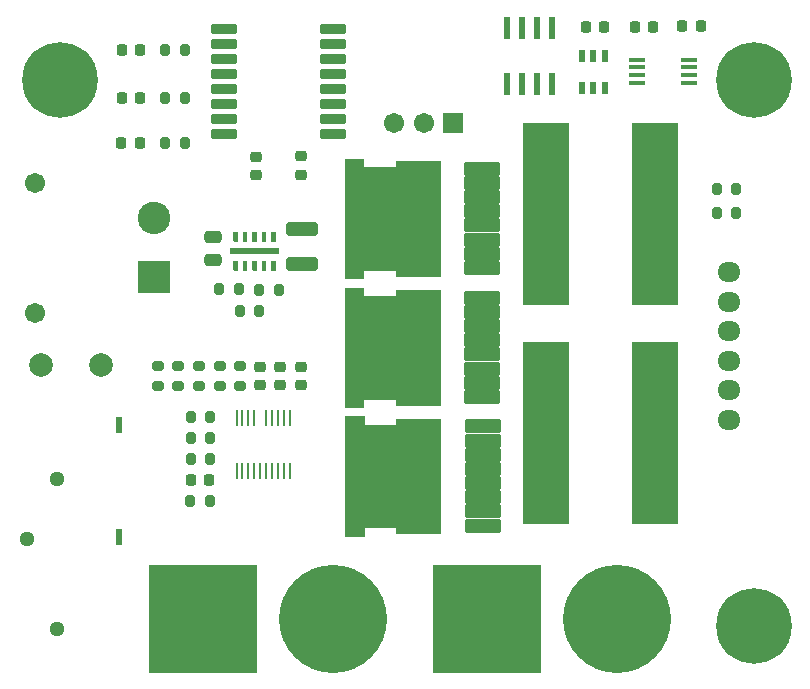
<source format=gts>
G04 #@! TF.GenerationSoftware,KiCad,Pcbnew,9.0.0*
G04 #@! TF.CreationDate,2025-07-23T17:32:58-04:00*
G04 #@! TF.ProjectId,PresToe_BMS_48V,50726573-546f-4655-9f42-4d535f343856,rev?*
G04 #@! TF.SameCoordinates,Original*
G04 #@! TF.FileFunction,Soldermask,Top*
G04 #@! TF.FilePolarity,Negative*
%FSLAX46Y46*%
G04 Gerber Fmt 4.6, Leading zero omitted, Abs format (unit mm)*
G04 Created by KiCad (PCBNEW 9.0.0) date 2025-07-23 17:32:58*
%MOMM*%
%LPD*%
G01*
G04 APERTURE LIST*
G04 Aperture macros list*
%AMRoundRect*
0 Rectangle with rounded corners*
0 $1 Rounding radius*
0 $2 $3 $4 $5 $6 $7 $8 $9 X,Y pos of 4 corners*
0 Add a 4 corners polygon primitive as box body*
4,1,4,$2,$3,$4,$5,$6,$7,$8,$9,$2,$3,0*
0 Add four circle primitives for the rounded corners*
1,1,$1+$1,$2,$3*
1,1,$1+$1,$4,$5*
1,1,$1+$1,$6,$7*
1,1,$1+$1,$8,$9*
0 Add four rect primitives between the rounded corners*
20,1,$1+$1,$2,$3,$4,$5,0*
20,1,$1+$1,$4,$5,$6,$7,0*
20,1,$1+$1,$6,$7,$8,$9,0*
20,1,$1+$1,$8,$9,$2,$3,0*%
G04 Aperture macros list end*
%ADD10C,0.010000*%
%ADD11RoundRect,0.102000X1.400000X0.450000X-1.400000X0.450000X-1.400000X-0.450000X1.400000X-0.450000X0*%
%ADD12R,0.279400X1.358900*%
%ADD13RoundRect,0.250000X-1.100000X0.325000X-1.100000X-0.325000X1.100000X-0.325000X1.100000X0.325000X0*%
%ADD14C,0.800000*%
%ADD15C,6.400000*%
%ADD16R,0.508000X1.422400*%
%ADD17RoundRect,0.225000X0.250000X-0.225000X0.250000X0.225000X-0.250000X0.225000X-0.250000X-0.225000X0*%
%ADD18C,1.295400*%
%ADD19RoundRect,0.200000X0.275000X-0.200000X0.275000X0.200000X-0.275000X0.200000X-0.275000X-0.200000X0*%
%ADD20R,0.558800X0.977900*%
%ADD21R,4.000000X15.500000*%
%ADD22RoundRect,0.225000X0.225000X0.250000X-0.225000X0.250000X-0.225000X-0.250000X0.225000X-0.250000X0*%
%ADD23RoundRect,0.200000X-0.200000X-0.275000X0.200000X-0.275000X0.200000X0.275000X-0.200000X0.275000X0*%
%ADD24RoundRect,0.102000X0.754000X0.754000X-0.754000X0.754000X-0.754000X-0.754000X0.754000X-0.754000X0*%
%ADD25C,1.712000*%
%ADD26RoundRect,0.100500X-1.031500X-0.301500X1.031500X-0.301500X1.031500X0.301500X-1.031500X0.301500X0*%
%ADD27C,0.300000*%
%ADD28O,1.950000X1.700000*%
%ADD29C,2.000000*%
%ADD30RoundRect,0.218750X-0.218750X-0.256250X0.218750X-0.256250X0.218750X0.256250X-0.218750X0.256250X0*%
%ADD31RoundRect,0.250000X-0.475000X0.250000X-0.475000X-0.250000X0.475000X-0.250000X0.475000X0.250000X0*%
%ADD32R,9.150000X9.150000*%
%ADD33C,9.150000*%
%ADD34C,2.754000*%
%ADD35RoundRect,0.102000X1.275000X-1.275000X1.275000X1.275000X-1.275000X1.275000X-1.275000X-1.275000X0*%
%ADD36RoundRect,0.200000X0.200000X0.275000X-0.200000X0.275000X-0.200000X-0.275000X0.200000X-0.275000X0*%
%ADD37R,0.558800X1.981200*%
%ADD38R,1.333500X0.431800*%
%ADD39RoundRect,0.225000X-0.225000X-0.250000X0.225000X-0.250000X0.225000X0.250000X-0.225000X0.250000X0*%
%ADD40RoundRect,0.225000X-0.250000X0.225000X-0.250000X-0.225000X0.250000X-0.225000X0.250000X0.225000X0*%
G04 APERTURE END LIST*
D10*
X59995000Y-61210000D02*
X62745000Y-61210000D01*
X62745000Y-60710000D01*
X66445000Y-60710000D01*
X66445000Y-70410000D01*
X62745000Y-70410000D01*
X62745000Y-69910000D01*
X59995000Y-69910000D01*
X59995000Y-70610000D01*
X58445000Y-70610000D01*
X58445000Y-60510000D01*
X59995000Y-60510000D01*
X59995000Y-61210000D01*
G36*
X59995000Y-61210000D02*
G01*
X62745000Y-61210000D01*
X62745000Y-60710000D01*
X66445000Y-60710000D01*
X66445000Y-70410000D01*
X62745000Y-70410000D01*
X62745000Y-69910000D01*
X59995000Y-69910000D01*
X59995000Y-70610000D01*
X58445000Y-70610000D01*
X58445000Y-60510000D01*
X59995000Y-60510000D01*
X59995000Y-61210000D01*
G37*
X49228000Y-44896000D02*
X49230000Y-44896000D01*
X49233000Y-44897000D01*
X49235000Y-44897000D01*
X49238000Y-44898000D01*
X49240000Y-44899000D01*
X49243000Y-44900000D01*
X49245000Y-44902000D01*
X49247000Y-44903000D01*
X49249000Y-44905000D01*
X49251000Y-44906000D01*
X49253000Y-44908000D01*
X49255000Y-44910000D01*
X49257000Y-44912000D01*
X49259000Y-44914000D01*
X49260000Y-44916000D01*
X49262000Y-44918000D01*
X49263000Y-44920000D01*
X49265000Y-44922000D01*
X49266000Y-44925000D01*
X49267000Y-44927000D01*
X49268000Y-44930000D01*
X49268000Y-44932000D01*
X49269000Y-44935000D01*
X49269000Y-44937000D01*
X49270000Y-44940000D01*
X49270000Y-44942000D01*
X49270000Y-44945000D01*
X49270000Y-45595000D01*
X49270000Y-45598000D01*
X49270000Y-45600000D01*
X49269000Y-45603000D01*
X49269000Y-45605000D01*
X49268000Y-45608000D01*
X49268000Y-45610000D01*
X49267000Y-45613000D01*
X49266000Y-45615000D01*
X49265000Y-45618000D01*
X49263000Y-45620000D01*
X49262000Y-45622000D01*
X49260000Y-45624000D01*
X49259000Y-45626000D01*
X49257000Y-45628000D01*
X49255000Y-45630000D01*
X49253000Y-45632000D01*
X49251000Y-45634000D01*
X49249000Y-45635000D01*
X49247000Y-45637000D01*
X49245000Y-45638000D01*
X49243000Y-45640000D01*
X49240000Y-45641000D01*
X49238000Y-45642000D01*
X49235000Y-45643000D01*
X49233000Y-45643000D01*
X49230000Y-45644000D01*
X49228000Y-45644000D01*
X49225000Y-45645000D01*
X49223000Y-45645000D01*
X49220000Y-45645000D01*
X49020000Y-45645000D01*
X49017000Y-45645000D01*
X49015000Y-45645000D01*
X49012000Y-45644000D01*
X49010000Y-45644000D01*
X49007000Y-45643000D01*
X49005000Y-45643000D01*
X49002000Y-45642000D01*
X49000000Y-45641000D01*
X48997000Y-45640000D01*
X48995000Y-45638000D01*
X48993000Y-45637000D01*
X48991000Y-45635000D01*
X48989000Y-45634000D01*
X48987000Y-45632000D01*
X48985000Y-45630000D01*
X48983000Y-45628000D01*
X48981000Y-45626000D01*
X48980000Y-45624000D01*
X48978000Y-45622000D01*
X48977000Y-45620000D01*
X48975000Y-45618000D01*
X48974000Y-45615000D01*
X48973000Y-45613000D01*
X48972000Y-45610000D01*
X48972000Y-45608000D01*
X48971000Y-45605000D01*
X48971000Y-45603000D01*
X48970000Y-45600000D01*
X48970000Y-45598000D01*
X48970000Y-45595000D01*
X48970000Y-44945000D01*
X48970000Y-44942000D01*
X48970000Y-44940000D01*
X48971000Y-44937000D01*
X48971000Y-44935000D01*
X48972000Y-44932000D01*
X48972000Y-44930000D01*
X48973000Y-44927000D01*
X48974000Y-44925000D01*
X48975000Y-44922000D01*
X48977000Y-44920000D01*
X48978000Y-44918000D01*
X48980000Y-44916000D01*
X48981000Y-44914000D01*
X48983000Y-44912000D01*
X48985000Y-44910000D01*
X48987000Y-44908000D01*
X48989000Y-44906000D01*
X48991000Y-44905000D01*
X48993000Y-44903000D01*
X48995000Y-44902000D01*
X48997000Y-44900000D01*
X49000000Y-44899000D01*
X49002000Y-44898000D01*
X49005000Y-44897000D01*
X49007000Y-44897000D01*
X49010000Y-44896000D01*
X49012000Y-44896000D01*
X49015000Y-44895000D01*
X49017000Y-44895000D01*
X49020000Y-44895000D01*
X49220000Y-44895000D01*
X49223000Y-44895000D01*
X49225000Y-44895000D01*
X49228000Y-44896000D01*
G36*
X49228000Y-44896000D02*
G01*
X49230000Y-44896000D01*
X49233000Y-44897000D01*
X49235000Y-44897000D01*
X49238000Y-44898000D01*
X49240000Y-44899000D01*
X49243000Y-44900000D01*
X49245000Y-44902000D01*
X49247000Y-44903000D01*
X49249000Y-44905000D01*
X49251000Y-44906000D01*
X49253000Y-44908000D01*
X49255000Y-44910000D01*
X49257000Y-44912000D01*
X49259000Y-44914000D01*
X49260000Y-44916000D01*
X49262000Y-44918000D01*
X49263000Y-44920000D01*
X49265000Y-44922000D01*
X49266000Y-44925000D01*
X49267000Y-44927000D01*
X49268000Y-44930000D01*
X49268000Y-44932000D01*
X49269000Y-44935000D01*
X49269000Y-44937000D01*
X49270000Y-44940000D01*
X49270000Y-44942000D01*
X49270000Y-44945000D01*
X49270000Y-45595000D01*
X49270000Y-45598000D01*
X49270000Y-45600000D01*
X49269000Y-45603000D01*
X49269000Y-45605000D01*
X49268000Y-45608000D01*
X49268000Y-45610000D01*
X49267000Y-45613000D01*
X49266000Y-45615000D01*
X49265000Y-45618000D01*
X49263000Y-45620000D01*
X49262000Y-45622000D01*
X49260000Y-45624000D01*
X49259000Y-45626000D01*
X49257000Y-45628000D01*
X49255000Y-45630000D01*
X49253000Y-45632000D01*
X49251000Y-45634000D01*
X49249000Y-45635000D01*
X49247000Y-45637000D01*
X49245000Y-45638000D01*
X49243000Y-45640000D01*
X49240000Y-45641000D01*
X49238000Y-45642000D01*
X49235000Y-45643000D01*
X49233000Y-45643000D01*
X49230000Y-45644000D01*
X49228000Y-45644000D01*
X49225000Y-45645000D01*
X49223000Y-45645000D01*
X49220000Y-45645000D01*
X49020000Y-45645000D01*
X49017000Y-45645000D01*
X49015000Y-45645000D01*
X49012000Y-45644000D01*
X49010000Y-45644000D01*
X49007000Y-45643000D01*
X49005000Y-45643000D01*
X49002000Y-45642000D01*
X49000000Y-45641000D01*
X48997000Y-45640000D01*
X48995000Y-45638000D01*
X48993000Y-45637000D01*
X48991000Y-45635000D01*
X48989000Y-45634000D01*
X48987000Y-45632000D01*
X48985000Y-45630000D01*
X48983000Y-45628000D01*
X48981000Y-45626000D01*
X48980000Y-45624000D01*
X48978000Y-45622000D01*
X48977000Y-45620000D01*
X48975000Y-45618000D01*
X48974000Y-45615000D01*
X48973000Y-45613000D01*
X48972000Y-45610000D01*
X48972000Y-45608000D01*
X48971000Y-45605000D01*
X48971000Y-45603000D01*
X48970000Y-45600000D01*
X48970000Y-45598000D01*
X48970000Y-45595000D01*
X48970000Y-44945000D01*
X48970000Y-44942000D01*
X48970000Y-44940000D01*
X48971000Y-44937000D01*
X48971000Y-44935000D01*
X48972000Y-44932000D01*
X48972000Y-44930000D01*
X48973000Y-44927000D01*
X48974000Y-44925000D01*
X48975000Y-44922000D01*
X48977000Y-44920000D01*
X48978000Y-44918000D01*
X48980000Y-44916000D01*
X48981000Y-44914000D01*
X48983000Y-44912000D01*
X48985000Y-44910000D01*
X48987000Y-44908000D01*
X48989000Y-44906000D01*
X48991000Y-44905000D01*
X48993000Y-44903000D01*
X48995000Y-44902000D01*
X48997000Y-44900000D01*
X49000000Y-44899000D01*
X49002000Y-44898000D01*
X49005000Y-44897000D01*
X49007000Y-44897000D01*
X49010000Y-44896000D01*
X49012000Y-44896000D01*
X49015000Y-44895000D01*
X49017000Y-44895000D01*
X49020000Y-44895000D01*
X49220000Y-44895000D01*
X49223000Y-44895000D01*
X49225000Y-44895000D01*
X49228000Y-44896000D01*
G37*
X49228000Y-47346000D02*
X49230000Y-47346000D01*
X49233000Y-47347000D01*
X49235000Y-47347000D01*
X49238000Y-47348000D01*
X49240000Y-47349000D01*
X49243000Y-47350000D01*
X49245000Y-47352000D01*
X49247000Y-47353000D01*
X49249000Y-47355000D01*
X49251000Y-47356000D01*
X49253000Y-47358000D01*
X49255000Y-47360000D01*
X49257000Y-47362000D01*
X49259000Y-47364000D01*
X49260000Y-47366000D01*
X49262000Y-47368000D01*
X49263000Y-47370000D01*
X49265000Y-47372000D01*
X49266000Y-47375000D01*
X49267000Y-47377000D01*
X49268000Y-47380000D01*
X49268000Y-47382000D01*
X49269000Y-47385000D01*
X49269000Y-47387000D01*
X49270000Y-47390000D01*
X49270000Y-47392000D01*
X49270000Y-47395000D01*
X49270000Y-48045000D01*
X49270000Y-48048000D01*
X49270000Y-48050000D01*
X49269000Y-48053000D01*
X49269000Y-48055000D01*
X49268000Y-48058000D01*
X49268000Y-48060000D01*
X49267000Y-48063000D01*
X49266000Y-48065000D01*
X49265000Y-48068000D01*
X49263000Y-48070000D01*
X49262000Y-48072000D01*
X49260000Y-48074000D01*
X49259000Y-48076000D01*
X49257000Y-48078000D01*
X49255000Y-48080000D01*
X49253000Y-48082000D01*
X49251000Y-48084000D01*
X49249000Y-48085000D01*
X49247000Y-48087000D01*
X49245000Y-48088000D01*
X49243000Y-48090000D01*
X49240000Y-48091000D01*
X49238000Y-48092000D01*
X49235000Y-48093000D01*
X49233000Y-48093000D01*
X49230000Y-48094000D01*
X49228000Y-48094000D01*
X49225000Y-48095000D01*
X49223000Y-48095000D01*
X49220000Y-48095000D01*
X49020000Y-48095000D01*
X49017000Y-48095000D01*
X49015000Y-48095000D01*
X49012000Y-48094000D01*
X49010000Y-48094000D01*
X49007000Y-48093000D01*
X49005000Y-48093000D01*
X49002000Y-48092000D01*
X49000000Y-48091000D01*
X48997000Y-48090000D01*
X48995000Y-48088000D01*
X48993000Y-48087000D01*
X48991000Y-48085000D01*
X48989000Y-48084000D01*
X48987000Y-48082000D01*
X48985000Y-48080000D01*
X48983000Y-48078000D01*
X48981000Y-48076000D01*
X48980000Y-48074000D01*
X48978000Y-48072000D01*
X48977000Y-48070000D01*
X48975000Y-48068000D01*
X48974000Y-48065000D01*
X48973000Y-48063000D01*
X48972000Y-48060000D01*
X48972000Y-48058000D01*
X48971000Y-48055000D01*
X48971000Y-48053000D01*
X48970000Y-48050000D01*
X48970000Y-48048000D01*
X48970000Y-48045000D01*
X48970000Y-47395000D01*
X48970000Y-47392000D01*
X48970000Y-47390000D01*
X48971000Y-47387000D01*
X48971000Y-47385000D01*
X48972000Y-47382000D01*
X48972000Y-47380000D01*
X48973000Y-47377000D01*
X48974000Y-47375000D01*
X48975000Y-47372000D01*
X48977000Y-47370000D01*
X48978000Y-47368000D01*
X48980000Y-47366000D01*
X48981000Y-47364000D01*
X48983000Y-47362000D01*
X48985000Y-47360000D01*
X48987000Y-47358000D01*
X48989000Y-47356000D01*
X48991000Y-47355000D01*
X48993000Y-47353000D01*
X48995000Y-47352000D01*
X48997000Y-47350000D01*
X49000000Y-47349000D01*
X49002000Y-47348000D01*
X49005000Y-47347000D01*
X49007000Y-47347000D01*
X49010000Y-47346000D01*
X49012000Y-47346000D01*
X49015000Y-47345000D01*
X49017000Y-47345000D01*
X49020000Y-47345000D01*
X49220000Y-47345000D01*
X49223000Y-47345000D01*
X49225000Y-47345000D01*
X49228000Y-47346000D01*
G36*
X49228000Y-47346000D02*
G01*
X49230000Y-47346000D01*
X49233000Y-47347000D01*
X49235000Y-47347000D01*
X49238000Y-47348000D01*
X49240000Y-47349000D01*
X49243000Y-47350000D01*
X49245000Y-47352000D01*
X49247000Y-47353000D01*
X49249000Y-47355000D01*
X49251000Y-47356000D01*
X49253000Y-47358000D01*
X49255000Y-47360000D01*
X49257000Y-47362000D01*
X49259000Y-47364000D01*
X49260000Y-47366000D01*
X49262000Y-47368000D01*
X49263000Y-47370000D01*
X49265000Y-47372000D01*
X49266000Y-47375000D01*
X49267000Y-47377000D01*
X49268000Y-47380000D01*
X49268000Y-47382000D01*
X49269000Y-47385000D01*
X49269000Y-47387000D01*
X49270000Y-47390000D01*
X49270000Y-47392000D01*
X49270000Y-47395000D01*
X49270000Y-48045000D01*
X49270000Y-48048000D01*
X49270000Y-48050000D01*
X49269000Y-48053000D01*
X49269000Y-48055000D01*
X49268000Y-48058000D01*
X49268000Y-48060000D01*
X49267000Y-48063000D01*
X49266000Y-48065000D01*
X49265000Y-48068000D01*
X49263000Y-48070000D01*
X49262000Y-48072000D01*
X49260000Y-48074000D01*
X49259000Y-48076000D01*
X49257000Y-48078000D01*
X49255000Y-48080000D01*
X49253000Y-48082000D01*
X49251000Y-48084000D01*
X49249000Y-48085000D01*
X49247000Y-48087000D01*
X49245000Y-48088000D01*
X49243000Y-48090000D01*
X49240000Y-48091000D01*
X49238000Y-48092000D01*
X49235000Y-48093000D01*
X49233000Y-48093000D01*
X49230000Y-48094000D01*
X49228000Y-48094000D01*
X49225000Y-48095000D01*
X49223000Y-48095000D01*
X49220000Y-48095000D01*
X49020000Y-48095000D01*
X49017000Y-48095000D01*
X49015000Y-48095000D01*
X49012000Y-48094000D01*
X49010000Y-48094000D01*
X49007000Y-48093000D01*
X49005000Y-48093000D01*
X49002000Y-48092000D01*
X49000000Y-48091000D01*
X48997000Y-48090000D01*
X48995000Y-48088000D01*
X48993000Y-48087000D01*
X48991000Y-48085000D01*
X48989000Y-48084000D01*
X48987000Y-48082000D01*
X48985000Y-48080000D01*
X48983000Y-48078000D01*
X48981000Y-48076000D01*
X48980000Y-48074000D01*
X48978000Y-48072000D01*
X48977000Y-48070000D01*
X48975000Y-48068000D01*
X48974000Y-48065000D01*
X48973000Y-48063000D01*
X48972000Y-48060000D01*
X48972000Y-48058000D01*
X48971000Y-48055000D01*
X48971000Y-48053000D01*
X48970000Y-48050000D01*
X48970000Y-48048000D01*
X48970000Y-48045000D01*
X48970000Y-47395000D01*
X48970000Y-47392000D01*
X48970000Y-47390000D01*
X48971000Y-47387000D01*
X48971000Y-47385000D01*
X48972000Y-47382000D01*
X48972000Y-47380000D01*
X48973000Y-47377000D01*
X48974000Y-47375000D01*
X48975000Y-47372000D01*
X48977000Y-47370000D01*
X48978000Y-47368000D01*
X48980000Y-47366000D01*
X48981000Y-47364000D01*
X48983000Y-47362000D01*
X48985000Y-47360000D01*
X48987000Y-47358000D01*
X48989000Y-47356000D01*
X48991000Y-47355000D01*
X48993000Y-47353000D01*
X48995000Y-47352000D01*
X48997000Y-47350000D01*
X49000000Y-47349000D01*
X49002000Y-47348000D01*
X49005000Y-47347000D01*
X49007000Y-47347000D01*
X49010000Y-47346000D01*
X49012000Y-47346000D01*
X49015000Y-47345000D01*
X49017000Y-47345000D01*
X49020000Y-47345000D01*
X49220000Y-47345000D01*
X49223000Y-47345000D01*
X49225000Y-47345000D01*
X49228000Y-47346000D01*
G37*
X50028000Y-44896000D02*
X50030000Y-44896000D01*
X50033000Y-44897000D01*
X50035000Y-44897000D01*
X50038000Y-44898000D01*
X50040000Y-44899000D01*
X50043000Y-44900000D01*
X50045000Y-44902000D01*
X50047000Y-44903000D01*
X50049000Y-44905000D01*
X50051000Y-44906000D01*
X50053000Y-44908000D01*
X50055000Y-44910000D01*
X50057000Y-44912000D01*
X50059000Y-44914000D01*
X50060000Y-44916000D01*
X50062000Y-44918000D01*
X50063000Y-44920000D01*
X50065000Y-44922000D01*
X50066000Y-44925000D01*
X50067000Y-44927000D01*
X50068000Y-44930000D01*
X50068000Y-44932000D01*
X50069000Y-44935000D01*
X50069000Y-44937000D01*
X50070000Y-44940000D01*
X50070000Y-44942000D01*
X50070000Y-44945000D01*
X50070000Y-45595000D01*
X50070000Y-45598000D01*
X50070000Y-45600000D01*
X50069000Y-45603000D01*
X50069000Y-45605000D01*
X50068000Y-45608000D01*
X50068000Y-45610000D01*
X50067000Y-45613000D01*
X50066000Y-45615000D01*
X50065000Y-45618000D01*
X50063000Y-45620000D01*
X50062000Y-45622000D01*
X50060000Y-45624000D01*
X50059000Y-45626000D01*
X50057000Y-45628000D01*
X50055000Y-45630000D01*
X50053000Y-45632000D01*
X50051000Y-45634000D01*
X50049000Y-45635000D01*
X50047000Y-45637000D01*
X50045000Y-45638000D01*
X50043000Y-45640000D01*
X50040000Y-45641000D01*
X50038000Y-45642000D01*
X50035000Y-45643000D01*
X50033000Y-45643000D01*
X50030000Y-45644000D01*
X50028000Y-45644000D01*
X50025000Y-45645000D01*
X50023000Y-45645000D01*
X50020000Y-45645000D01*
X49820000Y-45645000D01*
X49817000Y-45645000D01*
X49815000Y-45645000D01*
X49812000Y-45644000D01*
X49810000Y-45644000D01*
X49807000Y-45643000D01*
X49805000Y-45643000D01*
X49802000Y-45642000D01*
X49800000Y-45641000D01*
X49797000Y-45640000D01*
X49795000Y-45638000D01*
X49793000Y-45637000D01*
X49791000Y-45635000D01*
X49789000Y-45634000D01*
X49787000Y-45632000D01*
X49785000Y-45630000D01*
X49783000Y-45628000D01*
X49781000Y-45626000D01*
X49780000Y-45624000D01*
X49778000Y-45622000D01*
X49777000Y-45620000D01*
X49775000Y-45618000D01*
X49774000Y-45615000D01*
X49773000Y-45613000D01*
X49772000Y-45610000D01*
X49772000Y-45608000D01*
X49771000Y-45605000D01*
X49771000Y-45603000D01*
X49770000Y-45600000D01*
X49770000Y-45598000D01*
X49770000Y-45595000D01*
X49770000Y-44945000D01*
X49770000Y-44942000D01*
X49770000Y-44940000D01*
X49771000Y-44937000D01*
X49771000Y-44935000D01*
X49772000Y-44932000D01*
X49772000Y-44930000D01*
X49773000Y-44927000D01*
X49774000Y-44925000D01*
X49775000Y-44922000D01*
X49777000Y-44920000D01*
X49778000Y-44918000D01*
X49780000Y-44916000D01*
X49781000Y-44914000D01*
X49783000Y-44912000D01*
X49785000Y-44910000D01*
X49787000Y-44908000D01*
X49789000Y-44906000D01*
X49791000Y-44905000D01*
X49793000Y-44903000D01*
X49795000Y-44902000D01*
X49797000Y-44900000D01*
X49800000Y-44899000D01*
X49802000Y-44898000D01*
X49805000Y-44897000D01*
X49807000Y-44897000D01*
X49810000Y-44896000D01*
X49812000Y-44896000D01*
X49815000Y-44895000D01*
X49817000Y-44895000D01*
X49820000Y-44895000D01*
X50020000Y-44895000D01*
X50023000Y-44895000D01*
X50025000Y-44895000D01*
X50028000Y-44896000D01*
G36*
X50028000Y-44896000D02*
G01*
X50030000Y-44896000D01*
X50033000Y-44897000D01*
X50035000Y-44897000D01*
X50038000Y-44898000D01*
X50040000Y-44899000D01*
X50043000Y-44900000D01*
X50045000Y-44902000D01*
X50047000Y-44903000D01*
X50049000Y-44905000D01*
X50051000Y-44906000D01*
X50053000Y-44908000D01*
X50055000Y-44910000D01*
X50057000Y-44912000D01*
X50059000Y-44914000D01*
X50060000Y-44916000D01*
X50062000Y-44918000D01*
X50063000Y-44920000D01*
X50065000Y-44922000D01*
X50066000Y-44925000D01*
X50067000Y-44927000D01*
X50068000Y-44930000D01*
X50068000Y-44932000D01*
X50069000Y-44935000D01*
X50069000Y-44937000D01*
X50070000Y-44940000D01*
X50070000Y-44942000D01*
X50070000Y-44945000D01*
X50070000Y-45595000D01*
X50070000Y-45598000D01*
X50070000Y-45600000D01*
X50069000Y-45603000D01*
X50069000Y-45605000D01*
X50068000Y-45608000D01*
X50068000Y-45610000D01*
X50067000Y-45613000D01*
X50066000Y-45615000D01*
X50065000Y-45618000D01*
X50063000Y-45620000D01*
X50062000Y-45622000D01*
X50060000Y-45624000D01*
X50059000Y-45626000D01*
X50057000Y-45628000D01*
X50055000Y-45630000D01*
X50053000Y-45632000D01*
X50051000Y-45634000D01*
X50049000Y-45635000D01*
X50047000Y-45637000D01*
X50045000Y-45638000D01*
X50043000Y-45640000D01*
X50040000Y-45641000D01*
X50038000Y-45642000D01*
X50035000Y-45643000D01*
X50033000Y-45643000D01*
X50030000Y-45644000D01*
X50028000Y-45644000D01*
X50025000Y-45645000D01*
X50023000Y-45645000D01*
X50020000Y-45645000D01*
X49820000Y-45645000D01*
X49817000Y-45645000D01*
X49815000Y-45645000D01*
X49812000Y-45644000D01*
X49810000Y-45644000D01*
X49807000Y-45643000D01*
X49805000Y-45643000D01*
X49802000Y-45642000D01*
X49800000Y-45641000D01*
X49797000Y-45640000D01*
X49795000Y-45638000D01*
X49793000Y-45637000D01*
X49791000Y-45635000D01*
X49789000Y-45634000D01*
X49787000Y-45632000D01*
X49785000Y-45630000D01*
X49783000Y-45628000D01*
X49781000Y-45626000D01*
X49780000Y-45624000D01*
X49778000Y-45622000D01*
X49777000Y-45620000D01*
X49775000Y-45618000D01*
X49774000Y-45615000D01*
X49773000Y-45613000D01*
X49772000Y-45610000D01*
X49772000Y-45608000D01*
X49771000Y-45605000D01*
X49771000Y-45603000D01*
X49770000Y-45600000D01*
X49770000Y-45598000D01*
X49770000Y-45595000D01*
X49770000Y-44945000D01*
X49770000Y-44942000D01*
X49770000Y-44940000D01*
X49771000Y-44937000D01*
X49771000Y-44935000D01*
X49772000Y-44932000D01*
X49772000Y-44930000D01*
X49773000Y-44927000D01*
X49774000Y-44925000D01*
X49775000Y-44922000D01*
X49777000Y-44920000D01*
X49778000Y-44918000D01*
X49780000Y-44916000D01*
X49781000Y-44914000D01*
X49783000Y-44912000D01*
X49785000Y-44910000D01*
X49787000Y-44908000D01*
X49789000Y-44906000D01*
X49791000Y-44905000D01*
X49793000Y-44903000D01*
X49795000Y-44902000D01*
X49797000Y-44900000D01*
X49800000Y-44899000D01*
X49802000Y-44898000D01*
X49805000Y-44897000D01*
X49807000Y-44897000D01*
X49810000Y-44896000D01*
X49812000Y-44896000D01*
X49815000Y-44895000D01*
X49817000Y-44895000D01*
X49820000Y-44895000D01*
X50020000Y-44895000D01*
X50023000Y-44895000D01*
X50025000Y-44895000D01*
X50028000Y-44896000D01*
G37*
X50028000Y-47346000D02*
X50030000Y-47346000D01*
X50033000Y-47347000D01*
X50035000Y-47347000D01*
X50038000Y-47348000D01*
X50040000Y-47349000D01*
X50043000Y-47350000D01*
X50045000Y-47352000D01*
X50047000Y-47353000D01*
X50049000Y-47355000D01*
X50051000Y-47356000D01*
X50053000Y-47358000D01*
X50055000Y-47360000D01*
X50057000Y-47362000D01*
X50059000Y-47364000D01*
X50060000Y-47366000D01*
X50062000Y-47368000D01*
X50063000Y-47370000D01*
X50065000Y-47372000D01*
X50066000Y-47375000D01*
X50067000Y-47377000D01*
X50068000Y-47380000D01*
X50068000Y-47382000D01*
X50069000Y-47385000D01*
X50069000Y-47387000D01*
X50070000Y-47390000D01*
X50070000Y-47392000D01*
X50070000Y-47395000D01*
X50070000Y-48045000D01*
X50070000Y-48048000D01*
X50070000Y-48050000D01*
X50069000Y-48053000D01*
X50069000Y-48055000D01*
X50068000Y-48058000D01*
X50068000Y-48060000D01*
X50067000Y-48063000D01*
X50066000Y-48065000D01*
X50065000Y-48068000D01*
X50063000Y-48070000D01*
X50062000Y-48072000D01*
X50060000Y-48074000D01*
X50059000Y-48076000D01*
X50057000Y-48078000D01*
X50055000Y-48080000D01*
X50053000Y-48082000D01*
X50051000Y-48084000D01*
X50049000Y-48085000D01*
X50047000Y-48087000D01*
X50045000Y-48088000D01*
X50043000Y-48090000D01*
X50040000Y-48091000D01*
X50038000Y-48092000D01*
X50035000Y-48093000D01*
X50033000Y-48093000D01*
X50030000Y-48094000D01*
X50028000Y-48094000D01*
X50025000Y-48095000D01*
X50023000Y-48095000D01*
X50020000Y-48095000D01*
X49820000Y-48095000D01*
X49817000Y-48095000D01*
X49815000Y-48095000D01*
X49812000Y-48094000D01*
X49810000Y-48094000D01*
X49807000Y-48093000D01*
X49805000Y-48093000D01*
X49802000Y-48092000D01*
X49800000Y-48091000D01*
X49797000Y-48090000D01*
X49795000Y-48088000D01*
X49793000Y-48087000D01*
X49791000Y-48085000D01*
X49789000Y-48084000D01*
X49787000Y-48082000D01*
X49785000Y-48080000D01*
X49783000Y-48078000D01*
X49781000Y-48076000D01*
X49780000Y-48074000D01*
X49778000Y-48072000D01*
X49777000Y-48070000D01*
X49775000Y-48068000D01*
X49774000Y-48065000D01*
X49773000Y-48063000D01*
X49772000Y-48060000D01*
X49772000Y-48058000D01*
X49771000Y-48055000D01*
X49771000Y-48053000D01*
X49770000Y-48050000D01*
X49770000Y-48048000D01*
X49770000Y-48045000D01*
X49770000Y-47395000D01*
X49770000Y-47392000D01*
X49770000Y-47390000D01*
X49771000Y-47387000D01*
X49771000Y-47385000D01*
X49772000Y-47382000D01*
X49772000Y-47380000D01*
X49773000Y-47377000D01*
X49774000Y-47375000D01*
X49775000Y-47372000D01*
X49777000Y-47370000D01*
X49778000Y-47368000D01*
X49780000Y-47366000D01*
X49781000Y-47364000D01*
X49783000Y-47362000D01*
X49785000Y-47360000D01*
X49787000Y-47358000D01*
X49789000Y-47356000D01*
X49791000Y-47355000D01*
X49793000Y-47353000D01*
X49795000Y-47352000D01*
X49797000Y-47350000D01*
X49800000Y-47349000D01*
X49802000Y-47348000D01*
X49805000Y-47347000D01*
X49807000Y-47347000D01*
X49810000Y-47346000D01*
X49812000Y-47346000D01*
X49815000Y-47345000D01*
X49817000Y-47345000D01*
X49820000Y-47345000D01*
X50020000Y-47345000D01*
X50023000Y-47345000D01*
X50025000Y-47345000D01*
X50028000Y-47346000D01*
G36*
X50028000Y-47346000D02*
G01*
X50030000Y-47346000D01*
X50033000Y-47347000D01*
X50035000Y-47347000D01*
X50038000Y-47348000D01*
X50040000Y-47349000D01*
X50043000Y-47350000D01*
X50045000Y-47352000D01*
X50047000Y-47353000D01*
X50049000Y-47355000D01*
X50051000Y-47356000D01*
X50053000Y-47358000D01*
X50055000Y-47360000D01*
X50057000Y-47362000D01*
X50059000Y-47364000D01*
X50060000Y-47366000D01*
X50062000Y-47368000D01*
X50063000Y-47370000D01*
X50065000Y-47372000D01*
X50066000Y-47375000D01*
X50067000Y-47377000D01*
X50068000Y-47380000D01*
X50068000Y-47382000D01*
X50069000Y-47385000D01*
X50069000Y-47387000D01*
X50070000Y-47390000D01*
X50070000Y-47392000D01*
X50070000Y-47395000D01*
X50070000Y-48045000D01*
X50070000Y-48048000D01*
X50070000Y-48050000D01*
X50069000Y-48053000D01*
X50069000Y-48055000D01*
X50068000Y-48058000D01*
X50068000Y-48060000D01*
X50067000Y-48063000D01*
X50066000Y-48065000D01*
X50065000Y-48068000D01*
X50063000Y-48070000D01*
X50062000Y-48072000D01*
X50060000Y-48074000D01*
X50059000Y-48076000D01*
X50057000Y-48078000D01*
X50055000Y-48080000D01*
X50053000Y-48082000D01*
X50051000Y-48084000D01*
X50049000Y-48085000D01*
X50047000Y-48087000D01*
X50045000Y-48088000D01*
X50043000Y-48090000D01*
X50040000Y-48091000D01*
X50038000Y-48092000D01*
X50035000Y-48093000D01*
X50033000Y-48093000D01*
X50030000Y-48094000D01*
X50028000Y-48094000D01*
X50025000Y-48095000D01*
X50023000Y-48095000D01*
X50020000Y-48095000D01*
X49820000Y-48095000D01*
X49817000Y-48095000D01*
X49815000Y-48095000D01*
X49812000Y-48094000D01*
X49810000Y-48094000D01*
X49807000Y-48093000D01*
X49805000Y-48093000D01*
X49802000Y-48092000D01*
X49800000Y-48091000D01*
X49797000Y-48090000D01*
X49795000Y-48088000D01*
X49793000Y-48087000D01*
X49791000Y-48085000D01*
X49789000Y-48084000D01*
X49787000Y-48082000D01*
X49785000Y-48080000D01*
X49783000Y-48078000D01*
X49781000Y-48076000D01*
X49780000Y-48074000D01*
X49778000Y-48072000D01*
X49777000Y-48070000D01*
X49775000Y-48068000D01*
X49774000Y-48065000D01*
X49773000Y-48063000D01*
X49772000Y-48060000D01*
X49772000Y-48058000D01*
X49771000Y-48055000D01*
X49771000Y-48053000D01*
X49770000Y-48050000D01*
X49770000Y-48048000D01*
X49770000Y-48045000D01*
X49770000Y-47395000D01*
X49770000Y-47392000D01*
X49770000Y-47390000D01*
X49771000Y-47387000D01*
X49771000Y-47385000D01*
X49772000Y-47382000D01*
X49772000Y-47380000D01*
X49773000Y-47377000D01*
X49774000Y-47375000D01*
X49775000Y-47372000D01*
X49777000Y-47370000D01*
X49778000Y-47368000D01*
X49780000Y-47366000D01*
X49781000Y-47364000D01*
X49783000Y-47362000D01*
X49785000Y-47360000D01*
X49787000Y-47358000D01*
X49789000Y-47356000D01*
X49791000Y-47355000D01*
X49793000Y-47353000D01*
X49795000Y-47352000D01*
X49797000Y-47350000D01*
X49800000Y-47349000D01*
X49802000Y-47348000D01*
X49805000Y-47347000D01*
X49807000Y-47347000D01*
X49810000Y-47346000D01*
X49812000Y-47346000D01*
X49815000Y-47345000D01*
X49817000Y-47345000D01*
X49820000Y-47345000D01*
X50020000Y-47345000D01*
X50023000Y-47345000D01*
X50025000Y-47345000D01*
X50028000Y-47346000D01*
G37*
X50828000Y-44896000D02*
X50830000Y-44896000D01*
X50833000Y-44897000D01*
X50835000Y-44897000D01*
X50838000Y-44898000D01*
X50840000Y-44899000D01*
X50843000Y-44900000D01*
X50845000Y-44902000D01*
X50847000Y-44903000D01*
X50849000Y-44905000D01*
X50851000Y-44906000D01*
X50853000Y-44908000D01*
X50855000Y-44910000D01*
X50857000Y-44912000D01*
X50859000Y-44914000D01*
X50860000Y-44916000D01*
X50862000Y-44918000D01*
X50863000Y-44920000D01*
X50865000Y-44922000D01*
X50866000Y-44925000D01*
X50867000Y-44927000D01*
X50868000Y-44930000D01*
X50868000Y-44932000D01*
X50869000Y-44935000D01*
X50869000Y-44937000D01*
X50870000Y-44940000D01*
X50870000Y-44942000D01*
X50870000Y-44945000D01*
X50870000Y-45595000D01*
X50870000Y-45598000D01*
X50870000Y-45600000D01*
X50869000Y-45603000D01*
X50869000Y-45605000D01*
X50868000Y-45608000D01*
X50868000Y-45610000D01*
X50867000Y-45613000D01*
X50866000Y-45615000D01*
X50865000Y-45618000D01*
X50863000Y-45620000D01*
X50862000Y-45622000D01*
X50860000Y-45624000D01*
X50859000Y-45626000D01*
X50857000Y-45628000D01*
X50855000Y-45630000D01*
X50853000Y-45632000D01*
X50851000Y-45634000D01*
X50849000Y-45635000D01*
X50847000Y-45637000D01*
X50845000Y-45638000D01*
X50843000Y-45640000D01*
X50840000Y-45641000D01*
X50838000Y-45642000D01*
X50835000Y-45643000D01*
X50833000Y-45643000D01*
X50830000Y-45644000D01*
X50828000Y-45644000D01*
X50825000Y-45645000D01*
X50823000Y-45645000D01*
X50820000Y-45645000D01*
X50620000Y-45645000D01*
X50617000Y-45645000D01*
X50615000Y-45645000D01*
X50612000Y-45644000D01*
X50610000Y-45644000D01*
X50607000Y-45643000D01*
X50605000Y-45643000D01*
X50602000Y-45642000D01*
X50600000Y-45641000D01*
X50597000Y-45640000D01*
X50595000Y-45638000D01*
X50593000Y-45637000D01*
X50591000Y-45635000D01*
X50589000Y-45634000D01*
X50587000Y-45632000D01*
X50585000Y-45630000D01*
X50583000Y-45628000D01*
X50581000Y-45626000D01*
X50580000Y-45624000D01*
X50578000Y-45622000D01*
X50577000Y-45620000D01*
X50575000Y-45618000D01*
X50574000Y-45615000D01*
X50573000Y-45613000D01*
X50572000Y-45610000D01*
X50572000Y-45608000D01*
X50571000Y-45605000D01*
X50571000Y-45603000D01*
X50570000Y-45600000D01*
X50570000Y-45598000D01*
X50570000Y-45595000D01*
X50570000Y-44945000D01*
X50570000Y-44942000D01*
X50570000Y-44940000D01*
X50571000Y-44937000D01*
X50571000Y-44935000D01*
X50572000Y-44932000D01*
X50572000Y-44930000D01*
X50573000Y-44927000D01*
X50574000Y-44925000D01*
X50575000Y-44922000D01*
X50577000Y-44920000D01*
X50578000Y-44918000D01*
X50580000Y-44916000D01*
X50581000Y-44914000D01*
X50583000Y-44912000D01*
X50585000Y-44910000D01*
X50587000Y-44908000D01*
X50589000Y-44906000D01*
X50591000Y-44905000D01*
X50593000Y-44903000D01*
X50595000Y-44902000D01*
X50597000Y-44900000D01*
X50600000Y-44899000D01*
X50602000Y-44898000D01*
X50605000Y-44897000D01*
X50607000Y-44897000D01*
X50610000Y-44896000D01*
X50612000Y-44896000D01*
X50615000Y-44895000D01*
X50617000Y-44895000D01*
X50620000Y-44895000D01*
X50820000Y-44895000D01*
X50823000Y-44895000D01*
X50825000Y-44895000D01*
X50828000Y-44896000D01*
G36*
X50828000Y-44896000D02*
G01*
X50830000Y-44896000D01*
X50833000Y-44897000D01*
X50835000Y-44897000D01*
X50838000Y-44898000D01*
X50840000Y-44899000D01*
X50843000Y-44900000D01*
X50845000Y-44902000D01*
X50847000Y-44903000D01*
X50849000Y-44905000D01*
X50851000Y-44906000D01*
X50853000Y-44908000D01*
X50855000Y-44910000D01*
X50857000Y-44912000D01*
X50859000Y-44914000D01*
X50860000Y-44916000D01*
X50862000Y-44918000D01*
X50863000Y-44920000D01*
X50865000Y-44922000D01*
X50866000Y-44925000D01*
X50867000Y-44927000D01*
X50868000Y-44930000D01*
X50868000Y-44932000D01*
X50869000Y-44935000D01*
X50869000Y-44937000D01*
X50870000Y-44940000D01*
X50870000Y-44942000D01*
X50870000Y-44945000D01*
X50870000Y-45595000D01*
X50870000Y-45598000D01*
X50870000Y-45600000D01*
X50869000Y-45603000D01*
X50869000Y-45605000D01*
X50868000Y-45608000D01*
X50868000Y-45610000D01*
X50867000Y-45613000D01*
X50866000Y-45615000D01*
X50865000Y-45618000D01*
X50863000Y-45620000D01*
X50862000Y-45622000D01*
X50860000Y-45624000D01*
X50859000Y-45626000D01*
X50857000Y-45628000D01*
X50855000Y-45630000D01*
X50853000Y-45632000D01*
X50851000Y-45634000D01*
X50849000Y-45635000D01*
X50847000Y-45637000D01*
X50845000Y-45638000D01*
X50843000Y-45640000D01*
X50840000Y-45641000D01*
X50838000Y-45642000D01*
X50835000Y-45643000D01*
X50833000Y-45643000D01*
X50830000Y-45644000D01*
X50828000Y-45644000D01*
X50825000Y-45645000D01*
X50823000Y-45645000D01*
X50820000Y-45645000D01*
X50620000Y-45645000D01*
X50617000Y-45645000D01*
X50615000Y-45645000D01*
X50612000Y-45644000D01*
X50610000Y-45644000D01*
X50607000Y-45643000D01*
X50605000Y-45643000D01*
X50602000Y-45642000D01*
X50600000Y-45641000D01*
X50597000Y-45640000D01*
X50595000Y-45638000D01*
X50593000Y-45637000D01*
X50591000Y-45635000D01*
X50589000Y-45634000D01*
X50587000Y-45632000D01*
X50585000Y-45630000D01*
X50583000Y-45628000D01*
X50581000Y-45626000D01*
X50580000Y-45624000D01*
X50578000Y-45622000D01*
X50577000Y-45620000D01*
X50575000Y-45618000D01*
X50574000Y-45615000D01*
X50573000Y-45613000D01*
X50572000Y-45610000D01*
X50572000Y-45608000D01*
X50571000Y-45605000D01*
X50571000Y-45603000D01*
X50570000Y-45600000D01*
X50570000Y-45598000D01*
X50570000Y-45595000D01*
X50570000Y-44945000D01*
X50570000Y-44942000D01*
X50570000Y-44940000D01*
X50571000Y-44937000D01*
X50571000Y-44935000D01*
X50572000Y-44932000D01*
X50572000Y-44930000D01*
X50573000Y-44927000D01*
X50574000Y-44925000D01*
X50575000Y-44922000D01*
X50577000Y-44920000D01*
X50578000Y-44918000D01*
X50580000Y-44916000D01*
X50581000Y-44914000D01*
X50583000Y-44912000D01*
X50585000Y-44910000D01*
X50587000Y-44908000D01*
X50589000Y-44906000D01*
X50591000Y-44905000D01*
X50593000Y-44903000D01*
X50595000Y-44902000D01*
X50597000Y-44900000D01*
X50600000Y-44899000D01*
X50602000Y-44898000D01*
X50605000Y-44897000D01*
X50607000Y-44897000D01*
X50610000Y-44896000D01*
X50612000Y-44896000D01*
X50615000Y-44895000D01*
X50617000Y-44895000D01*
X50620000Y-44895000D01*
X50820000Y-44895000D01*
X50823000Y-44895000D01*
X50825000Y-44895000D01*
X50828000Y-44896000D01*
G37*
X50828000Y-47346000D02*
X50830000Y-47346000D01*
X50833000Y-47347000D01*
X50835000Y-47347000D01*
X50838000Y-47348000D01*
X50840000Y-47349000D01*
X50843000Y-47350000D01*
X50845000Y-47352000D01*
X50847000Y-47353000D01*
X50849000Y-47355000D01*
X50851000Y-47356000D01*
X50853000Y-47358000D01*
X50855000Y-47360000D01*
X50857000Y-47362000D01*
X50859000Y-47364000D01*
X50860000Y-47366000D01*
X50862000Y-47368000D01*
X50863000Y-47370000D01*
X50865000Y-47372000D01*
X50866000Y-47375000D01*
X50867000Y-47377000D01*
X50868000Y-47380000D01*
X50868000Y-47382000D01*
X50869000Y-47385000D01*
X50869000Y-47387000D01*
X50870000Y-47390000D01*
X50870000Y-47392000D01*
X50870000Y-47395000D01*
X50870000Y-48045000D01*
X50870000Y-48048000D01*
X50870000Y-48050000D01*
X50869000Y-48053000D01*
X50869000Y-48055000D01*
X50868000Y-48058000D01*
X50868000Y-48060000D01*
X50867000Y-48063000D01*
X50866000Y-48065000D01*
X50865000Y-48068000D01*
X50863000Y-48070000D01*
X50862000Y-48072000D01*
X50860000Y-48074000D01*
X50859000Y-48076000D01*
X50857000Y-48078000D01*
X50855000Y-48080000D01*
X50853000Y-48082000D01*
X50851000Y-48084000D01*
X50849000Y-48085000D01*
X50847000Y-48087000D01*
X50845000Y-48088000D01*
X50843000Y-48090000D01*
X50840000Y-48091000D01*
X50838000Y-48092000D01*
X50835000Y-48093000D01*
X50833000Y-48093000D01*
X50830000Y-48094000D01*
X50828000Y-48094000D01*
X50825000Y-48095000D01*
X50823000Y-48095000D01*
X50820000Y-48095000D01*
X50620000Y-48095000D01*
X50617000Y-48095000D01*
X50615000Y-48095000D01*
X50612000Y-48094000D01*
X50610000Y-48094000D01*
X50607000Y-48093000D01*
X50605000Y-48093000D01*
X50602000Y-48092000D01*
X50600000Y-48091000D01*
X50597000Y-48090000D01*
X50595000Y-48088000D01*
X50593000Y-48087000D01*
X50591000Y-48085000D01*
X50589000Y-48084000D01*
X50587000Y-48082000D01*
X50585000Y-48080000D01*
X50583000Y-48078000D01*
X50581000Y-48076000D01*
X50580000Y-48074000D01*
X50578000Y-48072000D01*
X50577000Y-48070000D01*
X50575000Y-48068000D01*
X50574000Y-48065000D01*
X50573000Y-48063000D01*
X50572000Y-48060000D01*
X50572000Y-48058000D01*
X50571000Y-48055000D01*
X50571000Y-48053000D01*
X50570000Y-48050000D01*
X50570000Y-48048000D01*
X50570000Y-48045000D01*
X50570000Y-47395000D01*
X50570000Y-47392000D01*
X50570000Y-47390000D01*
X50571000Y-47387000D01*
X50571000Y-47385000D01*
X50572000Y-47382000D01*
X50572000Y-47380000D01*
X50573000Y-47377000D01*
X50574000Y-47375000D01*
X50575000Y-47372000D01*
X50577000Y-47370000D01*
X50578000Y-47368000D01*
X50580000Y-47366000D01*
X50581000Y-47364000D01*
X50583000Y-47362000D01*
X50585000Y-47360000D01*
X50587000Y-47358000D01*
X50589000Y-47356000D01*
X50591000Y-47355000D01*
X50593000Y-47353000D01*
X50595000Y-47352000D01*
X50597000Y-47350000D01*
X50600000Y-47349000D01*
X50602000Y-47348000D01*
X50605000Y-47347000D01*
X50607000Y-47347000D01*
X50610000Y-47346000D01*
X50612000Y-47346000D01*
X50615000Y-47345000D01*
X50617000Y-47345000D01*
X50620000Y-47345000D01*
X50820000Y-47345000D01*
X50823000Y-47345000D01*
X50825000Y-47345000D01*
X50828000Y-47346000D01*
G36*
X50828000Y-47346000D02*
G01*
X50830000Y-47346000D01*
X50833000Y-47347000D01*
X50835000Y-47347000D01*
X50838000Y-47348000D01*
X50840000Y-47349000D01*
X50843000Y-47350000D01*
X50845000Y-47352000D01*
X50847000Y-47353000D01*
X50849000Y-47355000D01*
X50851000Y-47356000D01*
X50853000Y-47358000D01*
X50855000Y-47360000D01*
X50857000Y-47362000D01*
X50859000Y-47364000D01*
X50860000Y-47366000D01*
X50862000Y-47368000D01*
X50863000Y-47370000D01*
X50865000Y-47372000D01*
X50866000Y-47375000D01*
X50867000Y-47377000D01*
X50868000Y-47380000D01*
X50868000Y-47382000D01*
X50869000Y-47385000D01*
X50869000Y-47387000D01*
X50870000Y-47390000D01*
X50870000Y-47392000D01*
X50870000Y-47395000D01*
X50870000Y-48045000D01*
X50870000Y-48048000D01*
X50870000Y-48050000D01*
X50869000Y-48053000D01*
X50869000Y-48055000D01*
X50868000Y-48058000D01*
X50868000Y-48060000D01*
X50867000Y-48063000D01*
X50866000Y-48065000D01*
X50865000Y-48068000D01*
X50863000Y-48070000D01*
X50862000Y-48072000D01*
X50860000Y-48074000D01*
X50859000Y-48076000D01*
X50857000Y-48078000D01*
X50855000Y-48080000D01*
X50853000Y-48082000D01*
X50851000Y-48084000D01*
X50849000Y-48085000D01*
X50847000Y-48087000D01*
X50845000Y-48088000D01*
X50843000Y-48090000D01*
X50840000Y-48091000D01*
X50838000Y-48092000D01*
X50835000Y-48093000D01*
X50833000Y-48093000D01*
X50830000Y-48094000D01*
X50828000Y-48094000D01*
X50825000Y-48095000D01*
X50823000Y-48095000D01*
X50820000Y-48095000D01*
X50620000Y-48095000D01*
X50617000Y-48095000D01*
X50615000Y-48095000D01*
X50612000Y-48094000D01*
X50610000Y-48094000D01*
X50607000Y-48093000D01*
X50605000Y-48093000D01*
X50602000Y-48092000D01*
X50600000Y-48091000D01*
X50597000Y-48090000D01*
X50595000Y-48088000D01*
X50593000Y-48087000D01*
X50591000Y-48085000D01*
X50589000Y-48084000D01*
X50587000Y-48082000D01*
X50585000Y-48080000D01*
X50583000Y-48078000D01*
X50581000Y-48076000D01*
X50580000Y-48074000D01*
X50578000Y-48072000D01*
X50577000Y-48070000D01*
X50575000Y-48068000D01*
X50574000Y-48065000D01*
X50573000Y-48063000D01*
X50572000Y-48060000D01*
X50572000Y-48058000D01*
X50571000Y-48055000D01*
X50571000Y-48053000D01*
X50570000Y-48050000D01*
X50570000Y-48048000D01*
X50570000Y-48045000D01*
X50570000Y-47395000D01*
X50570000Y-47392000D01*
X50570000Y-47390000D01*
X50571000Y-47387000D01*
X50571000Y-47385000D01*
X50572000Y-47382000D01*
X50572000Y-47380000D01*
X50573000Y-47377000D01*
X50574000Y-47375000D01*
X50575000Y-47372000D01*
X50577000Y-47370000D01*
X50578000Y-47368000D01*
X50580000Y-47366000D01*
X50581000Y-47364000D01*
X50583000Y-47362000D01*
X50585000Y-47360000D01*
X50587000Y-47358000D01*
X50589000Y-47356000D01*
X50591000Y-47355000D01*
X50593000Y-47353000D01*
X50595000Y-47352000D01*
X50597000Y-47350000D01*
X50600000Y-47349000D01*
X50602000Y-47348000D01*
X50605000Y-47347000D01*
X50607000Y-47347000D01*
X50610000Y-47346000D01*
X50612000Y-47346000D01*
X50615000Y-47345000D01*
X50617000Y-47345000D01*
X50620000Y-47345000D01*
X50820000Y-47345000D01*
X50823000Y-47345000D01*
X50825000Y-47345000D01*
X50828000Y-47346000D01*
G37*
X51628000Y-44896000D02*
X51630000Y-44896000D01*
X51633000Y-44897000D01*
X51635000Y-44897000D01*
X51638000Y-44898000D01*
X51640000Y-44899000D01*
X51643000Y-44900000D01*
X51645000Y-44902000D01*
X51647000Y-44903000D01*
X51649000Y-44905000D01*
X51651000Y-44906000D01*
X51653000Y-44908000D01*
X51655000Y-44910000D01*
X51657000Y-44912000D01*
X51659000Y-44914000D01*
X51660000Y-44916000D01*
X51662000Y-44918000D01*
X51663000Y-44920000D01*
X51665000Y-44922000D01*
X51666000Y-44925000D01*
X51667000Y-44927000D01*
X51668000Y-44930000D01*
X51668000Y-44932000D01*
X51669000Y-44935000D01*
X51669000Y-44937000D01*
X51670000Y-44940000D01*
X51670000Y-44942000D01*
X51670000Y-44945000D01*
X51670000Y-45595000D01*
X51670000Y-45598000D01*
X51670000Y-45600000D01*
X51669000Y-45603000D01*
X51669000Y-45605000D01*
X51668000Y-45608000D01*
X51668000Y-45610000D01*
X51667000Y-45613000D01*
X51666000Y-45615000D01*
X51665000Y-45618000D01*
X51663000Y-45620000D01*
X51662000Y-45622000D01*
X51660000Y-45624000D01*
X51659000Y-45626000D01*
X51657000Y-45628000D01*
X51655000Y-45630000D01*
X51653000Y-45632000D01*
X51651000Y-45634000D01*
X51649000Y-45635000D01*
X51647000Y-45637000D01*
X51645000Y-45638000D01*
X51643000Y-45640000D01*
X51640000Y-45641000D01*
X51638000Y-45642000D01*
X51635000Y-45643000D01*
X51633000Y-45643000D01*
X51630000Y-45644000D01*
X51628000Y-45644000D01*
X51625000Y-45645000D01*
X51623000Y-45645000D01*
X51620000Y-45645000D01*
X51420000Y-45645000D01*
X51417000Y-45645000D01*
X51415000Y-45645000D01*
X51412000Y-45644000D01*
X51410000Y-45644000D01*
X51407000Y-45643000D01*
X51405000Y-45643000D01*
X51402000Y-45642000D01*
X51400000Y-45641000D01*
X51397000Y-45640000D01*
X51395000Y-45638000D01*
X51393000Y-45637000D01*
X51391000Y-45635000D01*
X51389000Y-45634000D01*
X51387000Y-45632000D01*
X51385000Y-45630000D01*
X51383000Y-45628000D01*
X51381000Y-45626000D01*
X51380000Y-45624000D01*
X51378000Y-45622000D01*
X51377000Y-45620000D01*
X51375000Y-45618000D01*
X51374000Y-45615000D01*
X51373000Y-45613000D01*
X51372000Y-45610000D01*
X51372000Y-45608000D01*
X51371000Y-45605000D01*
X51371000Y-45603000D01*
X51370000Y-45600000D01*
X51370000Y-45598000D01*
X51370000Y-45595000D01*
X51370000Y-44945000D01*
X51370000Y-44942000D01*
X51370000Y-44940000D01*
X51371000Y-44937000D01*
X51371000Y-44935000D01*
X51372000Y-44932000D01*
X51372000Y-44930000D01*
X51373000Y-44927000D01*
X51374000Y-44925000D01*
X51375000Y-44922000D01*
X51377000Y-44920000D01*
X51378000Y-44918000D01*
X51380000Y-44916000D01*
X51381000Y-44914000D01*
X51383000Y-44912000D01*
X51385000Y-44910000D01*
X51387000Y-44908000D01*
X51389000Y-44906000D01*
X51391000Y-44905000D01*
X51393000Y-44903000D01*
X51395000Y-44902000D01*
X51397000Y-44900000D01*
X51400000Y-44899000D01*
X51402000Y-44898000D01*
X51405000Y-44897000D01*
X51407000Y-44897000D01*
X51410000Y-44896000D01*
X51412000Y-44896000D01*
X51415000Y-44895000D01*
X51417000Y-44895000D01*
X51420000Y-44895000D01*
X51620000Y-44895000D01*
X51623000Y-44895000D01*
X51625000Y-44895000D01*
X51628000Y-44896000D01*
G36*
X51628000Y-44896000D02*
G01*
X51630000Y-44896000D01*
X51633000Y-44897000D01*
X51635000Y-44897000D01*
X51638000Y-44898000D01*
X51640000Y-44899000D01*
X51643000Y-44900000D01*
X51645000Y-44902000D01*
X51647000Y-44903000D01*
X51649000Y-44905000D01*
X51651000Y-44906000D01*
X51653000Y-44908000D01*
X51655000Y-44910000D01*
X51657000Y-44912000D01*
X51659000Y-44914000D01*
X51660000Y-44916000D01*
X51662000Y-44918000D01*
X51663000Y-44920000D01*
X51665000Y-44922000D01*
X51666000Y-44925000D01*
X51667000Y-44927000D01*
X51668000Y-44930000D01*
X51668000Y-44932000D01*
X51669000Y-44935000D01*
X51669000Y-44937000D01*
X51670000Y-44940000D01*
X51670000Y-44942000D01*
X51670000Y-44945000D01*
X51670000Y-45595000D01*
X51670000Y-45598000D01*
X51670000Y-45600000D01*
X51669000Y-45603000D01*
X51669000Y-45605000D01*
X51668000Y-45608000D01*
X51668000Y-45610000D01*
X51667000Y-45613000D01*
X51666000Y-45615000D01*
X51665000Y-45618000D01*
X51663000Y-45620000D01*
X51662000Y-45622000D01*
X51660000Y-45624000D01*
X51659000Y-45626000D01*
X51657000Y-45628000D01*
X51655000Y-45630000D01*
X51653000Y-45632000D01*
X51651000Y-45634000D01*
X51649000Y-45635000D01*
X51647000Y-45637000D01*
X51645000Y-45638000D01*
X51643000Y-45640000D01*
X51640000Y-45641000D01*
X51638000Y-45642000D01*
X51635000Y-45643000D01*
X51633000Y-45643000D01*
X51630000Y-45644000D01*
X51628000Y-45644000D01*
X51625000Y-45645000D01*
X51623000Y-45645000D01*
X51620000Y-45645000D01*
X51420000Y-45645000D01*
X51417000Y-45645000D01*
X51415000Y-45645000D01*
X51412000Y-45644000D01*
X51410000Y-45644000D01*
X51407000Y-45643000D01*
X51405000Y-45643000D01*
X51402000Y-45642000D01*
X51400000Y-45641000D01*
X51397000Y-45640000D01*
X51395000Y-45638000D01*
X51393000Y-45637000D01*
X51391000Y-45635000D01*
X51389000Y-45634000D01*
X51387000Y-45632000D01*
X51385000Y-45630000D01*
X51383000Y-45628000D01*
X51381000Y-45626000D01*
X51380000Y-45624000D01*
X51378000Y-45622000D01*
X51377000Y-45620000D01*
X51375000Y-45618000D01*
X51374000Y-45615000D01*
X51373000Y-45613000D01*
X51372000Y-45610000D01*
X51372000Y-45608000D01*
X51371000Y-45605000D01*
X51371000Y-45603000D01*
X51370000Y-45600000D01*
X51370000Y-45598000D01*
X51370000Y-45595000D01*
X51370000Y-44945000D01*
X51370000Y-44942000D01*
X51370000Y-44940000D01*
X51371000Y-44937000D01*
X51371000Y-44935000D01*
X51372000Y-44932000D01*
X51372000Y-44930000D01*
X51373000Y-44927000D01*
X51374000Y-44925000D01*
X51375000Y-44922000D01*
X51377000Y-44920000D01*
X51378000Y-44918000D01*
X51380000Y-44916000D01*
X51381000Y-44914000D01*
X51383000Y-44912000D01*
X51385000Y-44910000D01*
X51387000Y-44908000D01*
X51389000Y-44906000D01*
X51391000Y-44905000D01*
X51393000Y-44903000D01*
X51395000Y-44902000D01*
X51397000Y-44900000D01*
X51400000Y-44899000D01*
X51402000Y-44898000D01*
X51405000Y-44897000D01*
X51407000Y-44897000D01*
X51410000Y-44896000D01*
X51412000Y-44896000D01*
X51415000Y-44895000D01*
X51417000Y-44895000D01*
X51420000Y-44895000D01*
X51620000Y-44895000D01*
X51623000Y-44895000D01*
X51625000Y-44895000D01*
X51628000Y-44896000D01*
G37*
X51628000Y-47346000D02*
X51630000Y-47346000D01*
X51633000Y-47347000D01*
X51635000Y-47347000D01*
X51638000Y-47348000D01*
X51640000Y-47349000D01*
X51643000Y-47350000D01*
X51645000Y-47352000D01*
X51647000Y-47353000D01*
X51649000Y-47355000D01*
X51651000Y-47356000D01*
X51653000Y-47358000D01*
X51655000Y-47360000D01*
X51657000Y-47362000D01*
X51659000Y-47364000D01*
X51660000Y-47366000D01*
X51662000Y-47368000D01*
X51663000Y-47370000D01*
X51665000Y-47372000D01*
X51666000Y-47375000D01*
X51667000Y-47377000D01*
X51668000Y-47380000D01*
X51668000Y-47382000D01*
X51669000Y-47385000D01*
X51669000Y-47387000D01*
X51670000Y-47390000D01*
X51670000Y-47392000D01*
X51670000Y-47395000D01*
X51670000Y-48045000D01*
X51670000Y-48048000D01*
X51670000Y-48050000D01*
X51669000Y-48053000D01*
X51669000Y-48055000D01*
X51668000Y-48058000D01*
X51668000Y-48060000D01*
X51667000Y-48063000D01*
X51666000Y-48065000D01*
X51665000Y-48068000D01*
X51663000Y-48070000D01*
X51662000Y-48072000D01*
X51660000Y-48074000D01*
X51659000Y-48076000D01*
X51657000Y-48078000D01*
X51655000Y-48080000D01*
X51653000Y-48082000D01*
X51651000Y-48084000D01*
X51649000Y-48085000D01*
X51647000Y-48087000D01*
X51645000Y-48088000D01*
X51643000Y-48090000D01*
X51640000Y-48091000D01*
X51638000Y-48092000D01*
X51635000Y-48093000D01*
X51633000Y-48093000D01*
X51630000Y-48094000D01*
X51628000Y-48094000D01*
X51625000Y-48095000D01*
X51623000Y-48095000D01*
X51620000Y-48095000D01*
X51420000Y-48095000D01*
X51417000Y-48095000D01*
X51415000Y-48095000D01*
X51412000Y-48094000D01*
X51410000Y-48094000D01*
X51407000Y-48093000D01*
X51405000Y-48093000D01*
X51402000Y-48092000D01*
X51400000Y-48091000D01*
X51397000Y-48090000D01*
X51395000Y-48088000D01*
X51393000Y-48087000D01*
X51391000Y-48085000D01*
X51389000Y-48084000D01*
X51387000Y-48082000D01*
X51385000Y-48080000D01*
X51383000Y-48078000D01*
X51381000Y-48076000D01*
X51380000Y-48074000D01*
X51378000Y-48072000D01*
X51377000Y-48070000D01*
X51375000Y-48068000D01*
X51374000Y-48065000D01*
X51373000Y-48063000D01*
X51372000Y-48060000D01*
X51372000Y-48058000D01*
X51371000Y-48055000D01*
X51371000Y-48053000D01*
X51370000Y-48050000D01*
X51370000Y-48048000D01*
X51370000Y-48045000D01*
X51370000Y-47395000D01*
X51370000Y-47392000D01*
X51370000Y-47390000D01*
X51371000Y-47387000D01*
X51371000Y-47385000D01*
X51372000Y-47382000D01*
X51372000Y-47380000D01*
X51373000Y-47377000D01*
X51374000Y-47375000D01*
X51375000Y-47372000D01*
X51377000Y-47370000D01*
X51378000Y-47368000D01*
X51380000Y-47366000D01*
X51381000Y-47364000D01*
X51383000Y-47362000D01*
X51385000Y-47360000D01*
X51387000Y-47358000D01*
X51389000Y-47356000D01*
X51391000Y-47355000D01*
X51393000Y-47353000D01*
X51395000Y-47352000D01*
X51397000Y-47350000D01*
X51400000Y-47349000D01*
X51402000Y-47348000D01*
X51405000Y-47347000D01*
X51407000Y-47347000D01*
X51410000Y-47346000D01*
X51412000Y-47346000D01*
X51415000Y-47345000D01*
X51417000Y-47345000D01*
X51420000Y-47345000D01*
X51620000Y-47345000D01*
X51623000Y-47345000D01*
X51625000Y-47345000D01*
X51628000Y-47346000D01*
G36*
X51628000Y-47346000D02*
G01*
X51630000Y-47346000D01*
X51633000Y-47347000D01*
X51635000Y-47347000D01*
X51638000Y-47348000D01*
X51640000Y-47349000D01*
X51643000Y-47350000D01*
X51645000Y-47352000D01*
X51647000Y-47353000D01*
X51649000Y-47355000D01*
X51651000Y-47356000D01*
X51653000Y-47358000D01*
X51655000Y-47360000D01*
X51657000Y-47362000D01*
X51659000Y-47364000D01*
X51660000Y-47366000D01*
X51662000Y-47368000D01*
X51663000Y-47370000D01*
X51665000Y-47372000D01*
X51666000Y-47375000D01*
X51667000Y-47377000D01*
X51668000Y-47380000D01*
X51668000Y-47382000D01*
X51669000Y-47385000D01*
X51669000Y-47387000D01*
X51670000Y-47390000D01*
X51670000Y-47392000D01*
X51670000Y-47395000D01*
X51670000Y-48045000D01*
X51670000Y-48048000D01*
X51670000Y-48050000D01*
X51669000Y-48053000D01*
X51669000Y-48055000D01*
X51668000Y-48058000D01*
X51668000Y-48060000D01*
X51667000Y-48063000D01*
X51666000Y-48065000D01*
X51665000Y-48068000D01*
X51663000Y-48070000D01*
X51662000Y-48072000D01*
X51660000Y-48074000D01*
X51659000Y-48076000D01*
X51657000Y-48078000D01*
X51655000Y-48080000D01*
X51653000Y-48082000D01*
X51651000Y-48084000D01*
X51649000Y-48085000D01*
X51647000Y-48087000D01*
X51645000Y-48088000D01*
X51643000Y-48090000D01*
X51640000Y-48091000D01*
X51638000Y-48092000D01*
X51635000Y-48093000D01*
X51633000Y-48093000D01*
X51630000Y-48094000D01*
X51628000Y-48094000D01*
X51625000Y-48095000D01*
X51623000Y-48095000D01*
X51620000Y-48095000D01*
X51420000Y-48095000D01*
X51417000Y-48095000D01*
X51415000Y-48095000D01*
X51412000Y-48094000D01*
X51410000Y-48094000D01*
X51407000Y-48093000D01*
X51405000Y-48093000D01*
X51402000Y-48092000D01*
X51400000Y-48091000D01*
X51397000Y-48090000D01*
X51395000Y-48088000D01*
X51393000Y-48087000D01*
X51391000Y-48085000D01*
X51389000Y-48084000D01*
X51387000Y-48082000D01*
X51385000Y-48080000D01*
X51383000Y-48078000D01*
X51381000Y-48076000D01*
X51380000Y-48074000D01*
X51378000Y-48072000D01*
X51377000Y-48070000D01*
X51375000Y-48068000D01*
X51374000Y-48065000D01*
X51373000Y-48063000D01*
X51372000Y-48060000D01*
X51372000Y-48058000D01*
X51371000Y-48055000D01*
X51371000Y-48053000D01*
X51370000Y-48050000D01*
X51370000Y-48048000D01*
X51370000Y-48045000D01*
X51370000Y-47395000D01*
X51370000Y-47392000D01*
X51370000Y-47390000D01*
X51371000Y-47387000D01*
X51371000Y-47385000D01*
X51372000Y-47382000D01*
X51372000Y-47380000D01*
X51373000Y-47377000D01*
X51374000Y-47375000D01*
X51375000Y-47372000D01*
X51377000Y-47370000D01*
X51378000Y-47368000D01*
X51380000Y-47366000D01*
X51381000Y-47364000D01*
X51383000Y-47362000D01*
X51385000Y-47360000D01*
X51387000Y-47358000D01*
X51389000Y-47356000D01*
X51391000Y-47355000D01*
X51393000Y-47353000D01*
X51395000Y-47352000D01*
X51397000Y-47350000D01*
X51400000Y-47349000D01*
X51402000Y-47348000D01*
X51405000Y-47347000D01*
X51407000Y-47347000D01*
X51410000Y-47346000D01*
X51412000Y-47346000D01*
X51415000Y-47345000D01*
X51417000Y-47345000D01*
X51420000Y-47345000D01*
X51620000Y-47345000D01*
X51623000Y-47345000D01*
X51625000Y-47345000D01*
X51628000Y-47346000D01*
G37*
X52428000Y-44896000D02*
X52430000Y-44896000D01*
X52433000Y-44897000D01*
X52435000Y-44897000D01*
X52438000Y-44898000D01*
X52440000Y-44899000D01*
X52443000Y-44900000D01*
X52445000Y-44902000D01*
X52447000Y-44903000D01*
X52449000Y-44905000D01*
X52451000Y-44906000D01*
X52453000Y-44908000D01*
X52455000Y-44910000D01*
X52457000Y-44912000D01*
X52459000Y-44914000D01*
X52460000Y-44916000D01*
X52462000Y-44918000D01*
X52463000Y-44920000D01*
X52465000Y-44922000D01*
X52466000Y-44925000D01*
X52467000Y-44927000D01*
X52468000Y-44930000D01*
X52468000Y-44932000D01*
X52469000Y-44935000D01*
X52469000Y-44937000D01*
X52470000Y-44940000D01*
X52470000Y-44942000D01*
X52470000Y-44945000D01*
X52470000Y-45595000D01*
X52470000Y-45598000D01*
X52470000Y-45600000D01*
X52469000Y-45603000D01*
X52469000Y-45605000D01*
X52468000Y-45608000D01*
X52468000Y-45610000D01*
X52467000Y-45613000D01*
X52466000Y-45615000D01*
X52465000Y-45618000D01*
X52463000Y-45620000D01*
X52462000Y-45622000D01*
X52460000Y-45624000D01*
X52459000Y-45626000D01*
X52457000Y-45628000D01*
X52455000Y-45630000D01*
X52453000Y-45632000D01*
X52451000Y-45634000D01*
X52449000Y-45635000D01*
X52447000Y-45637000D01*
X52445000Y-45638000D01*
X52443000Y-45640000D01*
X52440000Y-45641000D01*
X52438000Y-45642000D01*
X52435000Y-45643000D01*
X52433000Y-45643000D01*
X52430000Y-45644000D01*
X52428000Y-45644000D01*
X52425000Y-45645000D01*
X52423000Y-45645000D01*
X52420000Y-45645000D01*
X52220000Y-45645000D01*
X52217000Y-45645000D01*
X52215000Y-45645000D01*
X52212000Y-45644000D01*
X52210000Y-45644000D01*
X52207000Y-45643000D01*
X52205000Y-45643000D01*
X52202000Y-45642000D01*
X52200000Y-45641000D01*
X52197000Y-45640000D01*
X52195000Y-45638000D01*
X52193000Y-45637000D01*
X52191000Y-45635000D01*
X52189000Y-45634000D01*
X52187000Y-45632000D01*
X52185000Y-45630000D01*
X52183000Y-45628000D01*
X52181000Y-45626000D01*
X52180000Y-45624000D01*
X52178000Y-45622000D01*
X52177000Y-45620000D01*
X52175000Y-45618000D01*
X52174000Y-45615000D01*
X52173000Y-45613000D01*
X52172000Y-45610000D01*
X52172000Y-45608000D01*
X52171000Y-45605000D01*
X52171000Y-45603000D01*
X52170000Y-45600000D01*
X52170000Y-45598000D01*
X52170000Y-45595000D01*
X52170000Y-44945000D01*
X52170000Y-44942000D01*
X52170000Y-44940000D01*
X52171000Y-44937000D01*
X52171000Y-44935000D01*
X52172000Y-44932000D01*
X52172000Y-44930000D01*
X52173000Y-44927000D01*
X52174000Y-44925000D01*
X52175000Y-44922000D01*
X52177000Y-44920000D01*
X52178000Y-44918000D01*
X52180000Y-44916000D01*
X52181000Y-44914000D01*
X52183000Y-44912000D01*
X52185000Y-44910000D01*
X52187000Y-44908000D01*
X52189000Y-44906000D01*
X52191000Y-44905000D01*
X52193000Y-44903000D01*
X52195000Y-44902000D01*
X52197000Y-44900000D01*
X52200000Y-44899000D01*
X52202000Y-44898000D01*
X52205000Y-44897000D01*
X52207000Y-44897000D01*
X52210000Y-44896000D01*
X52212000Y-44896000D01*
X52215000Y-44895000D01*
X52217000Y-44895000D01*
X52220000Y-44895000D01*
X52420000Y-44895000D01*
X52423000Y-44895000D01*
X52425000Y-44895000D01*
X52428000Y-44896000D01*
G36*
X52428000Y-44896000D02*
G01*
X52430000Y-44896000D01*
X52433000Y-44897000D01*
X52435000Y-44897000D01*
X52438000Y-44898000D01*
X52440000Y-44899000D01*
X52443000Y-44900000D01*
X52445000Y-44902000D01*
X52447000Y-44903000D01*
X52449000Y-44905000D01*
X52451000Y-44906000D01*
X52453000Y-44908000D01*
X52455000Y-44910000D01*
X52457000Y-44912000D01*
X52459000Y-44914000D01*
X52460000Y-44916000D01*
X52462000Y-44918000D01*
X52463000Y-44920000D01*
X52465000Y-44922000D01*
X52466000Y-44925000D01*
X52467000Y-44927000D01*
X52468000Y-44930000D01*
X52468000Y-44932000D01*
X52469000Y-44935000D01*
X52469000Y-44937000D01*
X52470000Y-44940000D01*
X52470000Y-44942000D01*
X52470000Y-44945000D01*
X52470000Y-45595000D01*
X52470000Y-45598000D01*
X52470000Y-45600000D01*
X52469000Y-45603000D01*
X52469000Y-45605000D01*
X52468000Y-45608000D01*
X52468000Y-45610000D01*
X52467000Y-45613000D01*
X52466000Y-45615000D01*
X52465000Y-45618000D01*
X52463000Y-45620000D01*
X52462000Y-45622000D01*
X52460000Y-45624000D01*
X52459000Y-45626000D01*
X52457000Y-45628000D01*
X52455000Y-45630000D01*
X52453000Y-45632000D01*
X52451000Y-45634000D01*
X52449000Y-45635000D01*
X52447000Y-45637000D01*
X52445000Y-45638000D01*
X52443000Y-45640000D01*
X52440000Y-45641000D01*
X52438000Y-45642000D01*
X52435000Y-45643000D01*
X52433000Y-45643000D01*
X52430000Y-45644000D01*
X52428000Y-45644000D01*
X52425000Y-45645000D01*
X52423000Y-45645000D01*
X52420000Y-45645000D01*
X52220000Y-45645000D01*
X52217000Y-45645000D01*
X52215000Y-45645000D01*
X52212000Y-45644000D01*
X52210000Y-45644000D01*
X52207000Y-45643000D01*
X52205000Y-45643000D01*
X52202000Y-45642000D01*
X52200000Y-45641000D01*
X52197000Y-45640000D01*
X52195000Y-45638000D01*
X52193000Y-45637000D01*
X52191000Y-45635000D01*
X52189000Y-45634000D01*
X52187000Y-45632000D01*
X52185000Y-45630000D01*
X52183000Y-45628000D01*
X52181000Y-45626000D01*
X52180000Y-45624000D01*
X52178000Y-45622000D01*
X52177000Y-45620000D01*
X52175000Y-45618000D01*
X52174000Y-45615000D01*
X52173000Y-45613000D01*
X52172000Y-45610000D01*
X52172000Y-45608000D01*
X52171000Y-45605000D01*
X52171000Y-45603000D01*
X52170000Y-45600000D01*
X52170000Y-45598000D01*
X52170000Y-45595000D01*
X52170000Y-44945000D01*
X52170000Y-44942000D01*
X52170000Y-44940000D01*
X52171000Y-44937000D01*
X52171000Y-44935000D01*
X52172000Y-44932000D01*
X52172000Y-44930000D01*
X52173000Y-44927000D01*
X52174000Y-44925000D01*
X52175000Y-44922000D01*
X52177000Y-44920000D01*
X52178000Y-44918000D01*
X52180000Y-44916000D01*
X52181000Y-44914000D01*
X52183000Y-44912000D01*
X52185000Y-44910000D01*
X52187000Y-44908000D01*
X52189000Y-44906000D01*
X52191000Y-44905000D01*
X52193000Y-44903000D01*
X52195000Y-44902000D01*
X52197000Y-44900000D01*
X52200000Y-44899000D01*
X52202000Y-44898000D01*
X52205000Y-44897000D01*
X52207000Y-44897000D01*
X52210000Y-44896000D01*
X52212000Y-44896000D01*
X52215000Y-44895000D01*
X52217000Y-44895000D01*
X52220000Y-44895000D01*
X52420000Y-44895000D01*
X52423000Y-44895000D01*
X52425000Y-44895000D01*
X52428000Y-44896000D01*
G37*
X52428000Y-47346000D02*
X52430000Y-47346000D01*
X52433000Y-47347000D01*
X52435000Y-47347000D01*
X52438000Y-47348000D01*
X52440000Y-47349000D01*
X52443000Y-47350000D01*
X52445000Y-47352000D01*
X52447000Y-47353000D01*
X52449000Y-47355000D01*
X52451000Y-47356000D01*
X52453000Y-47358000D01*
X52455000Y-47360000D01*
X52457000Y-47362000D01*
X52459000Y-47364000D01*
X52460000Y-47366000D01*
X52462000Y-47368000D01*
X52463000Y-47370000D01*
X52465000Y-47372000D01*
X52466000Y-47375000D01*
X52467000Y-47377000D01*
X52468000Y-47380000D01*
X52468000Y-47382000D01*
X52469000Y-47385000D01*
X52469000Y-47387000D01*
X52470000Y-47390000D01*
X52470000Y-47392000D01*
X52470000Y-47395000D01*
X52470000Y-48045000D01*
X52470000Y-48048000D01*
X52470000Y-48050000D01*
X52469000Y-48053000D01*
X52469000Y-48055000D01*
X52468000Y-48058000D01*
X52468000Y-48060000D01*
X52467000Y-48063000D01*
X52466000Y-48065000D01*
X52465000Y-48068000D01*
X52463000Y-48070000D01*
X52462000Y-48072000D01*
X52460000Y-48074000D01*
X52459000Y-48076000D01*
X52457000Y-48078000D01*
X52455000Y-48080000D01*
X52453000Y-48082000D01*
X52451000Y-48084000D01*
X52449000Y-48085000D01*
X52447000Y-48087000D01*
X52445000Y-48088000D01*
X52443000Y-48090000D01*
X52440000Y-48091000D01*
X52438000Y-48092000D01*
X52435000Y-48093000D01*
X52433000Y-48093000D01*
X52430000Y-48094000D01*
X52428000Y-48094000D01*
X52425000Y-48095000D01*
X52423000Y-48095000D01*
X52420000Y-48095000D01*
X52220000Y-48095000D01*
X52217000Y-48095000D01*
X52215000Y-48095000D01*
X52212000Y-48094000D01*
X52210000Y-48094000D01*
X52207000Y-48093000D01*
X52205000Y-48093000D01*
X52202000Y-48092000D01*
X52200000Y-48091000D01*
X52197000Y-48090000D01*
X52195000Y-48088000D01*
X52193000Y-48087000D01*
X52191000Y-48085000D01*
X52189000Y-48084000D01*
X52187000Y-48082000D01*
X52185000Y-48080000D01*
X52183000Y-48078000D01*
X52181000Y-48076000D01*
X52180000Y-48074000D01*
X52178000Y-48072000D01*
X52177000Y-48070000D01*
X52175000Y-48068000D01*
X52174000Y-48065000D01*
X52173000Y-48063000D01*
X52172000Y-48060000D01*
X52172000Y-48058000D01*
X52171000Y-48055000D01*
X52171000Y-48053000D01*
X52170000Y-48050000D01*
X52170000Y-48048000D01*
X52170000Y-48045000D01*
X52170000Y-47395000D01*
X52170000Y-47392000D01*
X52170000Y-47390000D01*
X52171000Y-47387000D01*
X52171000Y-47385000D01*
X52172000Y-47382000D01*
X52172000Y-47380000D01*
X52173000Y-47377000D01*
X52174000Y-47375000D01*
X52175000Y-47372000D01*
X52177000Y-47370000D01*
X52178000Y-47368000D01*
X52180000Y-47366000D01*
X52181000Y-47364000D01*
X52183000Y-47362000D01*
X52185000Y-47360000D01*
X52187000Y-47358000D01*
X52189000Y-47356000D01*
X52191000Y-47355000D01*
X52193000Y-47353000D01*
X52195000Y-47352000D01*
X52197000Y-47350000D01*
X52200000Y-47349000D01*
X52202000Y-47348000D01*
X52205000Y-47347000D01*
X52207000Y-47347000D01*
X52210000Y-47346000D01*
X52212000Y-47346000D01*
X52215000Y-47345000D01*
X52217000Y-47345000D01*
X52220000Y-47345000D01*
X52420000Y-47345000D01*
X52423000Y-47345000D01*
X52425000Y-47345000D01*
X52428000Y-47346000D01*
G36*
X52428000Y-47346000D02*
G01*
X52430000Y-47346000D01*
X52433000Y-47347000D01*
X52435000Y-47347000D01*
X52438000Y-47348000D01*
X52440000Y-47349000D01*
X52443000Y-47350000D01*
X52445000Y-47352000D01*
X52447000Y-47353000D01*
X52449000Y-47355000D01*
X52451000Y-47356000D01*
X52453000Y-47358000D01*
X52455000Y-47360000D01*
X52457000Y-47362000D01*
X52459000Y-47364000D01*
X52460000Y-47366000D01*
X52462000Y-47368000D01*
X52463000Y-47370000D01*
X52465000Y-47372000D01*
X52466000Y-47375000D01*
X52467000Y-47377000D01*
X52468000Y-47380000D01*
X52468000Y-47382000D01*
X52469000Y-47385000D01*
X52469000Y-47387000D01*
X52470000Y-47390000D01*
X52470000Y-47392000D01*
X52470000Y-47395000D01*
X52470000Y-48045000D01*
X52470000Y-48048000D01*
X52470000Y-48050000D01*
X52469000Y-48053000D01*
X52469000Y-48055000D01*
X52468000Y-48058000D01*
X52468000Y-48060000D01*
X52467000Y-48063000D01*
X52466000Y-48065000D01*
X52465000Y-48068000D01*
X52463000Y-48070000D01*
X52462000Y-48072000D01*
X52460000Y-48074000D01*
X52459000Y-48076000D01*
X52457000Y-48078000D01*
X52455000Y-48080000D01*
X52453000Y-48082000D01*
X52451000Y-48084000D01*
X52449000Y-48085000D01*
X52447000Y-48087000D01*
X52445000Y-48088000D01*
X52443000Y-48090000D01*
X52440000Y-48091000D01*
X52438000Y-48092000D01*
X52435000Y-48093000D01*
X52433000Y-48093000D01*
X52430000Y-48094000D01*
X52428000Y-48094000D01*
X52425000Y-48095000D01*
X52423000Y-48095000D01*
X52420000Y-48095000D01*
X52220000Y-48095000D01*
X52217000Y-48095000D01*
X52215000Y-48095000D01*
X52212000Y-48094000D01*
X52210000Y-48094000D01*
X52207000Y-48093000D01*
X52205000Y-48093000D01*
X52202000Y-48092000D01*
X52200000Y-48091000D01*
X52197000Y-48090000D01*
X52195000Y-48088000D01*
X52193000Y-48087000D01*
X52191000Y-48085000D01*
X52189000Y-48084000D01*
X52187000Y-48082000D01*
X52185000Y-48080000D01*
X52183000Y-48078000D01*
X52181000Y-48076000D01*
X52180000Y-48074000D01*
X52178000Y-48072000D01*
X52177000Y-48070000D01*
X52175000Y-48068000D01*
X52174000Y-48065000D01*
X52173000Y-48063000D01*
X52172000Y-48060000D01*
X52172000Y-48058000D01*
X52171000Y-48055000D01*
X52171000Y-48053000D01*
X52170000Y-48050000D01*
X52170000Y-48048000D01*
X52170000Y-48045000D01*
X52170000Y-47395000D01*
X52170000Y-47392000D01*
X52170000Y-47390000D01*
X52171000Y-47387000D01*
X52171000Y-47385000D01*
X52172000Y-47382000D01*
X52172000Y-47380000D01*
X52173000Y-47377000D01*
X52174000Y-47375000D01*
X52175000Y-47372000D01*
X52177000Y-47370000D01*
X52178000Y-47368000D01*
X52180000Y-47366000D01*
X52181000Y-47364000D01*
X52183000Y-47362000D01*
X52185000Y-47360000D01*
X52187000Y-47358000D01*
X52189000Y-47356000D01*
X52191000Y-47355000D01*
X52193000Y-47353000D01*
X52195000Y-47352000D01*
X52197000Y-47350000D01*
X52200000Y-47349000D01*
X52202000Y-47348000D01*
X52205000Y-47347000D01*
X52207000Y-47347000D01*
X52210000Y-47346000D01*
X52212000Y-47346000D01*
X52215000Y-47345000D01*
X52217000Y-47345000D01*
X52220000Y-47345000D01*
X52420000Y-47345000D01*
X52423000Y-47345000D01*
X52425000Y-47345000D01*
X52428000Y-47346000D01*
G37*
X52728000Y-46296000D02*
X52730000Y-46296000D01*
X52733000Y-46297000D01*
X52735000Y-46297000D01*
X52738000Y-46298000D01*
X52740000Y-46299000D01*
X52743000Y-46300000D01*
X52745000Y-46302000D01*
X52747000Y-46303000D01*
X52749000Y-46305000D01*
X52751000Y-46306000D01*
X52753000Y-46308000D01*
X52755000Y-46310000D01*
X52757000Y-46312000D01*
X52759000Y-46314000D01*
X52760000Y-46316000D01*
X52762000Y-46318000D01*
X52763000Y-46320000D01*
X52765000Y-46322000D01*
X52766000Y-46325000D01*
X52767000Y-46327000D01*
X52768000Y-46330000D01*
X52768000Y-46332000D01*
X52769000Y-46335000D01*
X52769000Y-46337000D01*
X52770000Y-46340000D01*
X52770000Y-46342000D01*
X52770000Y-46345000D01*
X52770000Y-46645000D01*
X52770000Y-46648000D01*
X52770000Y-46650000D01*
X52769000Y-46653000D01*
X52769000Y-46655000D01*
X52768000Y-46658000D01*
X52768000Y-46660000D01*
X52767000Y-46663000D01*
X52766000Y-46665000D01*
X52765000Y-46668000D01*
X52763000Y-46670000D01*
X52762000Y-46672000D01*
X52760000Y-46674000D01*
X52759000Y-46676000D01*
X52757000Y-46678000D01*
X52755000Y-46680000D01*
X52753000Y-46682000D01*
X52751000Y-46684000D01*
X52749000Y-46685000D01*
X52747000Y-46687000D01*
X52745000Y-46688000D01*
X52743000Y-46690000D01*
X52740000Y-46691000D01*
X52738000Y-46692000D01*
X52735000Y-46693000D01*
X52733000Y-46693000D01*
X52730000Y-46694000D01*
X52728000Y-46694000D01*
X52725000Y-46695000D01*
X52723000Y-46695000D01*
X52720000Y-46695000D01*
X48720000Y-46695000D01*
X48717000Y-46695000D01*
X48715000Y-46695000D01*
X48712000Y-46694000D01*
X48710000Y-46694000D01*
X48707000Y-46693000D01*
X48705000Y-46693000D01*
X48702000Y-46692000D01*
X48700000Y-46691000D01*
X48697000Y-46690000D01*
X48695000Y-46688000D01*
X48693000Y-46687000D01*
X48691000Y-46685000D01*
X48689000Y-46684000D01*
X48687000Y-46682000D01*
X48685000Y-46680000D01*
X48683000Y-46678000D01*
X48681000Y-46676000D01*
X48680000Y-46674000D01*
X48678000Y-46672000D01*
X48677000Y-46670000D01*
X48675000Y-46668000D01*
X48674000Y-46665000D01*
X48673000Y-46663000D01*
X48672000Y-46660000D01*
X48672000Y-46658000D01*
X48671000Y-46655000D01*
X48671000Y-46653000D01*
X48670000Y-46650000D01*
X48670000Y-46648000D01*
X48670000Y-46645000D01*
X48670000Y-46345000D01*
X48670000Y-46342000D01*
X48670000Y-46340000D01*
X48671000Y-46337000D01*
X48671000Y-46335000D01*
X48672000Y-46332000D01*
X48672000Y-46330000D01*
X48673000Y-46327000D01*
X48674000Y-46325000D01*
X48675000Y-46322000D01*
X48677000Y-46320000D01*
X48678000Y-46318000D01*
X48680000Y-46316000D01*
X48681000Y-46314000D01*
X48683000Y-46312000D01*
X48685000Y-46310000D01*
X48687000Y-46308000D01*
X48689000Y-46306000D01*
X48691000Y-46305000D01*
X48693000Y-46303000D01*
X48695000Y-46302000D01*
X48697000Y-46300000D01*
X48700000Y-46299000D01*
X48702000Y-46298000D01*
X48705000Y-46297000D01*
X48707000Y-46297000D01*
X48710000Y-46296000D01*
X48712000Y-46296000D01*
X48715000Y-46295000D01*
X48717000Y-46295000D01*
X48720000Y-46295000D01*
X52720000Y-46295000D01*
X52723000Y-46295000D01*
X52725000Y-46295000D01*
X52728000Y-46296000D01*
G36*
X52728000Y-46296000D02*
G01*
X52730000Y-46296000D01*
X52733000Y-46297000D01*
X52735000Y-46297000D01*
X52738000Y-46298000D01*
X52740000Y-46299000D01*
X52743000Y-46300000D01*
X52745000Y-46302000D01*
X52747000Y-46303000D01*
X52749000Y-46305000D01*
X52751000Y-46306000D01*
X52753000Y-46308000D01*
X52755000Y-46310000D01*
X52757000Y-46312000D01*
X52759000Y-46314000D01*
X52760000Y-46316000D01*
X52762000Y-46318000D01*
X52763000Y-46320000D01*
X52765000Y-46322000D01*
X52766000Y-46325000D01*
X52767000Y-46327000D01*
X52768000Y-46330000D01*
X52768000Y-46332000D01*
X52769000Y-46335000D01*
X52769000Y-46337000D01*
X52770000Y-46340000D01*
X52770000Y-46342000D01*
X52770000Y-46345000D01*
X52770000Y-46645000D01*
X52770000Y-46648000D01*
X52770000Y-46650000D01*
X52769000Y-46653000D01*
X52769000Y-46655000D01*
X52768000Y-46658000D01*
X52768000Y-46660000D01*
X52767000Y-46663000D01*
X52766000Y-46665000D01*
X52765000Y-46668000D01*
X52763000Y-46670000D01*
X52762000Y-46672000D01*
X52760000Y-46674000D01*
X52759000Y-46676000D01*
X52757000Y-46678000D01*
X52755000Y-46680000D01*
X52753000Y-46682000D01*
X52751000Y-46684000D01*
X52749000Y-46685000D01*
X52747000Y-46687000D01*
X52745000Y-46688000D01*
X52743000Y-46690000D01*
X52740000Y-46691000D01*
X52738000Y-46692000D01*
X52735000Y-46693000D01*
X52733000Y-46693000D01*
X52730000Y-46694000D01*
X52728000Y-46694000D01*
X52725000Y-46695000D01*
X52723000Y-46695000D01*
X52720000Y-46695000D01*
X48720000Y-46695000D01*
X48717000Y-46695000D01*
X48715000Y-46695000D01*
X48712000Y-46694000D01*
X48710000Y-46694000D01*
X48707000Y-46693000D01*
X48705000Y-46693000D01*
X48702000Y-46692000D01*
X48700000Y-46691000D01*
X48697000Y-46690000D01*
X48695000Y-46688000D01*
X48693000Y-46687000D01*
X48691000Y-46685000D01*
X48689000Y-46684000D01*
X48687000Y-46682000D01*
X48685000Y-46680000D01*
X48683000Y-46678000D01*
X48681000Y-46676000D01*
X48680000Y-46674000D01*
X48678000Y-46672000D01*
X48677000Y-46670000D01*
X48675000Y-46668000D01*
X48674000Y-46665000D01*
X48673000Y-46663000D01*
X48672000Y-46660000D01*
X48672000Y-46658000D01*
X48671000Y-46655000D01*
X48671000Y-46653000D01*
X48670000Y-46650000D01*
X48670000Y-46648000D01*
X48670000Y-46645000D01*
X48670000Y-46345000D01*
X48670000Y-46342000D01*
X48670000Y-46340000D01*
X48671000Y-46337000D01*
X48671000Y-46335000D01*
X48672000Y-46332000D01*
X48672000Y-46330000D01*
X48673000Y-46327000D01*
X48674000Y-46325000D01*
X48675000Y-46322000D01*
X48677000Y-46320000D01*
X48678000Y-46318000D01*
X48680000Y-46316000D01*
X48681000Y-46314000D01*
X48683000Y-46312000D01*
X48685000Y-46310000D01*
X48687000Y-46308000D01*
X48689000Y-46306000D01*
X48691000Y-46305000D01*
X48693000Y-46303000D01*
X48695000Y-46302000D01*
X48697000Y-46300000D01*
X48700000Y-46299000D01*
X48702000Y-46298000D01*
X48705000Y-46297000D01*
X48707000Y-46297000D01*
X48710000Y-46296000D01*
X48712000Y-46296000D01*
X48715000Y-46295000D01*
X48717000Y-46295000D01*
X48720000Y-46295000D01*
X52720000Y-46295000D01*
X52723000Y-46295000D01*
X52725000Y-46295000D01*
X52728000Y-46296000D01*
G37*
X59965000Y-39400000D02*
X62715000Y-39400000D01*
X62715000Y-38900000D01*
X66415000Y-38900000D01*
X66415000Y-48600000D01*
X62715000Y-48600000D01*
X62715000Y-48100000D01*
X59965000Y-48100000D01*
X59965000Y-48800000D01*
X58415000Y-48800000D01*
X58415000Y-38700000D01*
X59965000Y-38700000D01*
X59965000Y-39400000D01*
G36*
X59965000Y-39400000D02*
G01*
X62715000Y-39400000D01*
X62715000Y-38900000D01*
X66415000Y-38900000D01*
X66415000Y-48600000D01*
X62715000Y-48600000D01*
X62715000Y-48100000D01*
X59965000Y-48100000D01*
X59965000Y-48800000D01*
X58415000Y-48800000D01*
X58415000Y-38700000D01*
X59965000Y-38700000D01*
X59965000Y-39400000D01*
G37*
X59965000Y-50310000D02*
X62715000Y-50310000D01*
X62715000Y-49810000D01*
X66415000Y-49810000D01*
X66415000Y-59510000D01*
X62715000Y-59510000D01*
X62715000Y-59010000D01*
X59965000Y-59010000D01*
X59965000Y-59710000D01*
X58415000Y-59710000D01*
X58415000Y-49610000D01*
X59965000Y-49610000D01*
X59965000Y-50310000D01*
G36*
X59965000Y-50310000D02*
G01*
X62715000Y-50310000D01*
X62715000Y-49810000D01*
X66415000Y-49810000D01*
X66415000Y-59510000D01*
X62715000Y-59510000D01*
X62715000Y-59010000D01*
X59965000Y-59010000D01*
X59965000Y-59710000D01*
X58415000Y-59710000D01*
X58415000Y-49610000D01*
X59965000Y-49610000D01*
X59965000Y-50310000D01*
G37*
D11*
X70070000Y-69760000D03*
X70070000Y-68560000D03*
X70070000Y-67360000D03*
X70070000Y-66160000D03*
X70070000Y-64960000D03*
X70070000Y-63760000D03*
X70070000Y-62560000D03*
X70070000Y-61360000D03*
D12*
X49228992Y-65140000D03*
X49729118Y-65140000D03*
X50229244Y-65140000D03*
X50729370Y-65140000D03*
X51229496Y-65140000D03*
X51729622Y-65140000D03*
X52229748Y-65140000D03*
X52729874Y-65140000D03*
X53230000Y-65140000D03*
X53730126Y-65140000D03*
X53730126Y-60682300D03*
X53230000Y-60682300D03*
X52729874Y-60682300D03*
X52229748Y-60682300D03*
X51729622Y-60682300D03*
X50729370Y-60682300D03*
X50229244Y-60682300D03*
X49729118Y-60682300D03*
X49228992Y-60682300D03*
D13*
X54800000Y-44625000D03*
X54800000Y-47575000D03*
D14*
X31850000Y-32000000D03*
X32552944Y-30302944D03*
X32552944Y-33697056D03*
X34250000Y-29600000D03*
D15*
X34250000Y-32000000D03*
D14*
X34250000Y-34400000D03*
X35947056Y-30302944D03*
X35947056Y-33697056D03*
X36650000Y-32000000D03*
D16*
X39275000Y-61225400D03*
X39275000Y-70725000D03*
D17*
X51200000Y-57875000D03*
X51200000Y-56325000D03*
D18*
X34025000Y-65800000D03*
X31485000Y-70880000D03*
X34025000Y-78500000D03*
D19*
X47800000Y-57925000D03*
X47800000Y-56275000D03*
D20*
X78499999Y-32695250D03*
X79450000Y-32695250D03*
X80400001Y-32695250D03*
X80400001Y-29964750D03*
X79450000Y-29964750D03*
X78499999Y-29964750D03*
D21*
X75470000Y-61930000D03*
X84670000Y-61930000D03*
D22*
X80375000Y-27550000D03*
X78825000Y-27550000D03*
D23*
X45315000Y-67650000D03*
X46965000Y-67650000D03*
D24*
X67566750Y-35640000D03*
D25*
X65066750Y-35640000D03*
X62566750Y-35640000D03*
D26*
X48152500Y-27705000D03*
X48152500Y-28975000D03*
X48152500Y-30245000D03*
X48152500Y-31515000D03*
X48152500Y-32785000D03*
X48152500Y-34055000D03*
X48152500Y-35325000D03*
X48152500Y-36595000D03*
X57432500Y-36595000D03*
X57432500Y-35325000D03*
X57432500Y-34055000D03*
X57432500Y-32785000D03*
X57432500Y-31515000D03*
X57432500Y-30245000D03*
X57432500Y-28975000D03*
X57432500Y-27705000D03*
D23*
X43195000Y-37400000D03*
X44845000Y-37400000D03*
D27*
X51720000Y-46495000D03*
X50720000Y-46495000D03*
X49720000Y-46495000D03*
D19*
X42550000Y-57925000D03*
X42550000Y-56275000D03*
D17*
X52898220Y-57850000D03*
X52898220Y-56300000D03*
D19*
X46050000Y-57925000D03*
X46050000Y-56275000D03*
D17*
X50850000Y-40100000D03*
X50850000Y-38550000D03*
D11*
X70040000Y-47950000D03*
X70040000Y-46750000D03*
X70040000Y-45550000D03*
X70040000Y-44350000D03*
X70040000Y-43150000D03*
X70040000Y-41950000D03*
X70040000Y-40750000D03*
X70040000Y-39550000D03*
D23*
X43195000Y-33570000D03*
X44845000Y-33570000D03*
D17*
X54669370Y-57850000D03*
X54669370Y-56300000D03*
D28*
X90937500Y-48320000D03*
X90937500Y-50820000D03*
X90937500Y-53320000D03*
X90937500Y-55820000D03*
X90937500Y-58320000D03*
X90937500Y-60820000D03*
D29*
X32700000Y-56175000D03*
D30*
X39482500Y-37400000D03*
X41057500Y-37400000D03*
D19*
X49550000Y-57925000D03*
X49550000Y-56275000D03*
D23*
X89875000Y-43300000D03*
X91525000Y-43300000D03*
D14*
X90600000Y-78250000D03*
X91302944Y-76552944D03*
X91302944Y-79947056D03*
X93000000Y-75850000D03*
D15*
X93000000Y-78250000D03*
D14*
X93000000Y-80650000D03*
X94697056Y-76552944D03*
X94697056Y-79947056D03*
X95400000Y-78250000D03*
D31*
X47275000Y-45350000D03*
X47275000Y-47250000D03*
D32*
X46430000Y-77630000D03*
D33*
X57430000Y-77630000D03*
D21*
X75470000Y-43370000D03*
X84670000Y-43370000D03*
D23*
X49495000Y-51610000D03*
X51145000Y-51610000D03*
D34*
X42205750Y-43750000D03*
D35*
X42205750Y-48750000D03*
D25*
X32205750Y-40750000D03*
X32205750Y-51750000D03*
D36*
X91525000Y-41300000D03*
X89875000Y-41300000D03*
D23*
X47775000Y-49750000D03*
X49425000Y-49750000D03*
D30*
X39520000Y-29460000D03*
X41095000Y-29460000D03*
D36*
X46994370Y-60578850D03*
X45344370Y-60578850D03*
D29*
X37750000Y-56175000D03*
D14*
X90600000Y-32000000D03*
X91302944Y-30302944D03*
X91302944Y-33697056D03*
X93000000Y-29600000D03*
D15*
X93000000Y-32000000D03*
D14*
X93000000Y-34400000D03*
X94697056Y-30302944D03*
X94697056Y-33697056D03*
X95400000Y-32000000D03*
D30*
X39520000Y-33570000D03*
X41095000Y-33570000D03*
D36*
X46994370Y-62350000D03*
X45344370Y-62350000D03*
X46985000Y-64090000D03*
X45335000Y-64090000D03*
X52805000Y-49780000D03*
X51155000Y-49780000D03*
D37*
X72165000Y-32342200D03*
X73435000Y-32342200D03*
X74705000Y-32342200D03*
X75975000Y-32342200D03*
X75975000Y-27617800D03*
X74705000Y-27617800D03*
X73435000Y-27617800D03*
X72165000Y-27617800D03*
D22*
X46915000Y-65860000D03*
X45365000Y-65860000D03*
D11*
X70040000Y-58860000D03*
X70040000Y-57660000D03*
X70040000Y-56460000D03*
X70040000Y-55260000D03*
X70040000Y-54060000D03*
X70040000Y-52860000D03*
X70040000Y-51660000D03*
X70040000Y-50460000D03*
D32*
X70430000Y-77630000D03*
D33*
X81430000Y-77630000D03*
D38*
X87526150Y-32254999D03*
X87526150Y-31605001D03*
X87526150Y-30954999D03*
X87526150Y-30305001D03*
X83093850Y-30305001D03*
X83093850Y-30954999D03*
X83093850Y-31605001D03*
X83093850Y-32254999D03*
D39*
X82975000Y-27550000D03*
X84525000Y-27550000D03*
D40*
X54675000Y-38500000D03*
X54675000Y-40050000D03*
D23*
X43195000Y-29460000D03*
X44845000Y-29460000D03*
D19*
X44300000Y-57925000D03*
X44300000Y-56275000D03*
D22*
X88525000Y-27500000D03*
X86975000Y-27500000D03*
M02*

</source>
